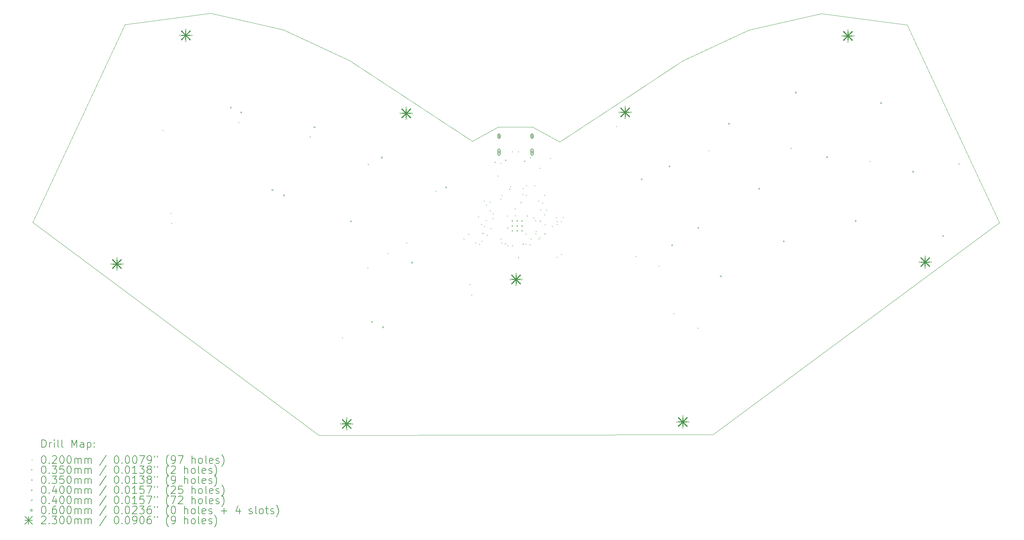
<source format=gbr>
%TF.GenerationSoftware,KiCad,Pcbnew,7.0.1*%
%TF.CreationDate,2023-04-05T18:38:52-04:00*%
%TF.ProjectId,32kb,33326b62-2e6b-4696-9361-645f70636258,rev?*%
%TF.SameCoordinates,Original*%
%TF.FileFunction,Drillmap*%
%TF.FilePolarity,Positive*%
%FSLAX45Y45*%
G04 Gerber Fmt 4.5, Leading zero omitted, Abs format (unit mm)*
G04 Created by KiCad (PCBNEW 7.0.1) date 2023-04-05 18:38:52*
%MOMM*%
%LPD*%
G01*
G04 APERTURE LIST*
%ADD10C,0.100000*%
%ADD11C,0.200000*%
%ADD12C,0.020000*%
%ADD13C,0.035000*%
%ADD14C,0.040000*%
%ADD15C,0.060000*%
%ADD16C,0.230000*%
G04 APERTURE END LIST*
D10*
X9704800Y-15022500D02*
X2219800Y-9442500D01*
X20012300Y-15010000D02*
X27507300Y-9452500D01*
X16009800Y-7332500D02*
X15294800Y-6942500D01*
X17617300Y-6275000D02*
X16009800Y-7332500D01*
X19224800Y-5215000D02*
X17617300Y-6275000D01*
X20949800Y-4410000D02*
X19224800Y-5215000D01*
X22849800Y-3975000D02*
X20949800Y-4410000D01*
X25092300Y-4275000D02*
X22849800Y-3975000D01*
X27507300Y-9452500D02*
X25092300Y-4275000D01*
X9704800Y-15022500D02*
X20012300Y-15010000D01*
X4637300Y-4262500D02*
X2219800Y-9442500D01*
X6877300Y-3962500D02*
X4637300Y-4262500D01*
X8777300Y-4400000D02*
X6877300Y-3962500D01*
X10502300Y-5202500D02*
X8777300Y-4400000D01*
X12112300Y-6265000D02*
X10502300Y-5202500D01*
X13722300Y-7320000D02*
X12112300Y-6265000D01*
X14399800Y-6942500D02*
X13722300Y-7320000D01*
X15294800Y-6942500D02*
X14399800Y-6942500D01*
D11*
D12*
X5618200Y-7020800D02*
X5638200Y-7040800D01*
X5638200Y-7020800D02*
X5618200Y-7040800D01*
X5825491Y-9196426D02*
X5845491Y-9216426D01*
X5845491Y-9196426D02*
X5825491Y-9216426D01*
X5846800Y-9459200D02*
X5866800Y-9479200D01*
X5866800Y-9459200D02*
X5846800Y-9479200D01*
X7599400Y-6817600D02*
X7619400Y-6837600D01*
X7619400Y-6817600D02*
X7599400Y-6837600D01*
X9463520Y-7188680D02*
X9483520Y-7208680D01*
X9483520Y-7188680D02*
X9463520Y-7208680D01*
X10317200Y-12456400D02*
X10337200Y-12476400D01*
X10337200Y-12456400D02*
X10317200Y-12476400D01*
X10977600Y-10627600D02*
X10997600Y-10647600D01*
X10997600Y-10627600D02*
X10977600Y-10647600D01*
X10981640Y-7913840D02*
X11001640Y-7933840D01*
X11001640Y-7913840D02*
X10981640Y-7933840D01*
X11511000Y-10246600D02*
X11531000Y-10266600D01*
X11531000Y-10246600D02*
X11511000Y-10266600D01*
X11993600Y-9967200D02*
X12013600Y-9987200D01*
X12013600Y-9967200D02*
X11993600Y-9987200D01*
X12755600Y-8614876D02*
X12775600Y-8634876D01*
X12775600Y-8614876D02*
X12755600Y-8634876D01*
X13492200Y-9865600D02*
X13512200Y-9885600D01*
X13512200Y-9865600D02*
X13492200Y-9885600D01*
X13619200Y-9738600D02*
X13639200Y-9758600D01*
X13639200Y-9738600D02*
X13619200Y-9758600D01*
X13644600Y-11059400D02*
X13664600Y-11079400D01*
X13664600Y-11059400D02*
X13644600Y-11079400D01*
X13695400Y-11338800D02*
X13715400Y-11358800D01*
X13715400Y-11338800D02*
X13695400Y-11358800D01*
X13797000Y-9967200D02*
X13817000Y-9987200D01*
X13817000Y-9967200D02*
X13797000Y-9987200D01*
X13873200Y-9281400D02*
X13893200Y-9301400D01*
X13893200Y-9281400D02*
X13873200Y-9301400D01*
X13898600Y-10003450D02*
X13918600Y-10023450D01*
X13918600Y-10003450D02*
X13898600Y-10023450D01*
X13949400Y-9484600D02*
X13969400Y-9504600D01*
X13969400Y-9484600D02*
X13949400Y-9504600D01*
X13954831Y-9926388D02*
X13974831Y-9946388D01*
X13974831Y-9926388D02*
X13954831Y-9946388D01*
X13986410Y-9719250D02*
X14006410Y-9739250D01*
X14006410Y-9719250D02*
X13986410Y-9739250D01*
X14025600Y-8875000D02*
X14045600Y-8895000D01*
X14045600Y-8875000D02*
X14025600Y-8895000D01*
X14025600Y-9535400D02*
X14045600Y-9555400D01*
X14045600Y-9535400D02*
X14025600Y-9555400D01*
X14076400Y-8976600D02*
X14096400Y-8996600D01*
X14096400Y-8976600D02*
X14076400Y-8996600D01*
X14076400Y-9383000D02*
X14096400Y-9403000D01*
X14096400Y-9383000D02*
X14076400Y-9403000D01*
X14101800Y-9764000D02*
X14121800Y-9784000D01*
X14121800Y-9764000D02*
X14101800Y-9784000D01*
X14177150Y-9129000D02*
X14197150Y-9149000D01*
X14197150Y-9129000D02*
X14177150Y-9149000D01*
X14178000Y-8900400D02*
X14198000Y-8920400D01*
X14198000Y-8900400D02*
X14178000Y-8920400D01*
X14203400Y-9593500D02*
X14223400Y-9613500D01*
X14223400Y-9593500D02*
X14203400Y-9613500D01*
X14254200Y-9205200D02*
X14274200Y-9225200D01*
X14274200Y-9205200D02*
X14254200Y-9225200D01*
X14254200Y-9332200D02*
X14274200Y-9352200D01*
X14274200Y-9332200D02*
X14254200Y-9352200D01*
X14297300Y-7860000D02*
X14317300Y-7880000D01*
X14317300Y-7860000D02*
X14297300Y-7880000D01*
X14381200Y-8214600D02*
X14401200Y-8234600D01*
X14401200Y-8214600D02*
X14381200Y-8234600D01*
X14457400Y-7884400D02*
X14477400Y-7904400D01*
X14477400Y-7884400D02*
X14457400Y-7904400D01*
X14457400Y-8824200D02*
X14477400Y-8844200D01*
X14477400Y-8824200D02*
X14457400Y-8844200D01*
X14457400Y-9865600D02*
X14477400Y-9885600D01*
X14477400Y-9865600D02*
X14457400Y-9885600D01*
X14482800Y-8722600D02*
X14502800Y-8742600D01*
X14502800Y-8722600D02*
X14482800Y-8742600D01*
X14482800Y-9967200D02*
X14502800Y-9987200D01*
X14502800Y-9967200D02*
X14482800Y-9987200D01*
X14570570Y-9992600D02*
X14590570Y-10012600D01*
X14590570Y-9992600D02*
X14570570Y-10012600D01*
X14625697Y-9263550D02*
X14645697Y-9283550D01*
X14645697Y-9263550D02*
X14625697Y-9283550D01*
X14631326Y-9581716D02*
X14651326Y-9601716D01*
X14651326Y-9581716D02*
X14631326Y-9601716D01*
X14635200Y-10043400D02*
X14655200Y-10063400D01*
X14655200Y-10043400D02*
X14635200Y-10063400D01*
X14684800Y-8565000D02*
X14704800Y-8585000D01*
X14704800Y-8565000D02*
X14684800Y-8585000D01*
X14711400Y-8494000D02*
X14731400Y-8514000D01*
X14731400Y-8494000D02*
X14711400Y-8514000D01*
X14762200Y-7579600D02*
X14782200Y-7599600D01*
X14782200Y-7579600D02*
X14762200Y-7599600D01*
X14762200Y-10043400D02*
X14782200Y-10063400D01*
X14782200Y-10043400D02*
X14762200Y-10063400D01*
X14828350Y-9078200D02*
X14848350Y-9098200D01*
X14848350Y-9078200D02*
X14828350Y-9098200D01*
X14838400Y-9256850D02*
X14858400Y-9276850D01*
X14858400Y-9256850D02*
X14838400Y-9276850D01*
X14909800Y-10352500D02*
X14929800Y-10372500D01*
X14929800Y-10352500D02*
X14909800Y-10372500D01*
X14913400Y-7580800D02*
X14933400Y-7600800D01*
X14933400Y-7580800D02*
X14913400Y-7600800D01*
X14979159Y-8914159D02*
X14999159Y-8934159D01*
X14999159Y-8914159D02*
X14979159Y-8934159D01*
X15029239Y-8697200D02*
X15049239Y-8717200D01*
X15049239Y-8697200D02*
X15029239Y-8717200D01*
X15036130Y-10001758D02*
X15056130Y-10021758D01*
X15056130Y-10001758D02*
X15036130Y-10021758D01*
X15041600Y-8544800D02*
X15061600Y-8564800D01*
X15061600Y-8544800D02*
X15041600Y-8564800D01*
X15107706Y-10002694D02*
X15127706Y-10022694D01*
X15127706Y-10002694D02*
X15107706Y-10022694D01*
X15117800Y-8722600D02*
X15137800Y-8742600D01*
X15137800Y-8722600D02*
X15117800Y-8742600D01*
X15117800Y-9738600D02*
X15137800Y-9758600D01*
X15137800Y-9738600D02*
X15117800Y-9758600D01*
X15126450Y-8468600D02*
X15146450Y-8488600D01*
X15146450Y-8468600D02*
X15126450Y-8488600D01*
X15143597Y-9263436D02*
X15163597Y-9283436D01*
X15163597Y-9263436D02*
X15143597Y-9283436D01*
X15217830Y-10019570D02*
X15237830Y-10039570D01*
X15237830Y-10019570D02*
X15217830Y-10039570D01*
X15225198Y-7737798D02*
X15245198Y-7757798D01*
X15245198Y-7737798D02*
X15225198Y-7757798D01*
X15244800Y-9865600D02*
X15264800Y-9885600D01*
X15264800Y-9865600D02*
X15244800Y-9885600D01*
X15321000Y-9313500D02*
X15341000Y-9333500D01*
X15341000Y-9313500D02*
X15321000Y-9333500D01*
X15346400Y-8468600D02*
X15366400Y-8488600D01*
X15366400Y-8468600D02*
X15346400Y-8488600D01*
X15362969Y-9384163D02*
X15382969Y-9404163D01*
X15382969Y-9384163D02*
X15362969Y-9404163D01*
X15369190Y-9732933D02*
X15389190Y-9752933D01*
X15389190Y-9732933D02*
X15369190Y-9752933D01*
X15377050Y-9673500D02*
X15397050Y-9693500D01*
X15397050Y-9673500D02*
X15377050Y-9693500D01*
X15447650Y-8875000D02*
X15467650Y-8895000D01*
X15467650Y-8875000D02*
X15447650Y-8895000D01*
X15448000Y-9865600D02*
X15468000Y-9885600D01*
X15468000Y-9865600D02*
X15448000Y-9885600D01*
X15473400Y-8011400D02*
X15493400Y-8031400D01*
X15493400Y-8011400D02*
X15473400Y-8031400D01*
X15479517Y-9832500D02*
X15499517Y-9852500D01*
X15499517Y-9832500D02*
X15479517Y-9852500D01*
X15485050Y-9399086D02*
X15505050Y-9419086D01*
X15505050Y-9399086D02*
X15485050Y-9419086D01*
X15498800Y-9103600D02*
X15518800Y-9123600D01*
X15518800Y-9103600D02*
X15498800Y-9123600D01*
X15549600Y-8925800D02*
X15569600Y-8945800D01*
X15569600Y-8925800D02*
X15549600Y-8945800D01*
X15600400Y-8722600D02*
X15620400Y-8742600D01*
X15620400Y-8722600D02*
X15600400Y-8742600D01*
X15600400Y-9230600D02*
X15620400Y-9250600D01*
X15620400Y-9230600D02*
X15600400Y-9250600D01*
X15609800Y-9735000D02*
X15629800Y-9755000D01*
X15629800Y-9735000D02*
X15609800Y-9755000D01*
X15614522Y-9495514D02*
X15634522Y-9515514D01*
X15634522Y-9495514D02*
X15614522Y-9515514D01*
X15651200Y-9103600D02*
X15671200Y-9123600D01*
X15671200Y-9103600D02*
X15651200Y-9123600D01*
X15752800Y-7757400D02*
X15772800Y-7777400D01*
X15772800Y-7757400D02*
X15752800Y-7777400D01*
X15803600Y-9535400D02*
X15823600Y-9555400D01*
X15823600Y-9535400D02*
X15803600Y-9555400D01*
X15905200Y-9306800D02*
X15925200Y-9326800D01*
X15925200Y-9306800D02*
X15905200Y-9326800D01*
X15926450Y-9408400D02*
X15946450Y-9428400D01*
X15946450Y-9408400D02*
X15926450Y-9428400D01*
X15926450Y-9484600D02*
X15946450Y-9504600D01*
X15946450Y-9484600D02*
X15926450Y-9504600D01*
X15926450Y-10348200D02*
X15946450Y-10368200D01*
X15946450Y-10348200D02*
X15926450Y-10368200D01*
X16036350Y-9408400D02*
X16056350Y-9428400D01*
X16056350Y-9408400D02*
X16036350Y-9428400D01*
X16036350Y-10272000D02*
X16056350Y-10292000D01*
X16056350Y-10272000D02*
X16036350Y-10292000D01*
X16083000Y-9306800D02*
X16103000Y-9326800D01*
X16103000Y-9306800D02*
X16083000Y-9326800D01*
X17480000Y-6919200D02*
X17500000Y-6939200D01*
X17500000Y-6919200D02*
X17480000Y-6939200D01*
X17988000Y-10321950D02*
X18008000Y-10341950D01*
X18008000Y-10321950D02*
X17988000Y-10341950D01*
X18597600Y-10576800D02*
X18617600Y-10596800D01*
X18617600Y-10576800D02*
X18597600Y-10596800D01*
X18978600Y-11821400D02*
X18998600Y-11841400D01*
X18998600Y-11821400D02*
X18978600Y-11841400D01*
X19613600Y-12202400D02*
X19633600Y-12222400D01*
X19633600Y-12202400D02*
X19613600Y-12222400D01*
X19893000Y-7554200D02*
X19913000Y-7574200D01*
X19913000Y-7554200D02*
X19893000Y-7574200D01*
X22038484Y-7491516D02*
X22058484Y-7511516D01*
X22058484Y-7491516D02*
X22038484Y-7511516D01*
X24109400Y-7833600D02*
X24129400Y-7853600D01*
X24129400Y-7833600D02*
X24109400Y-7853600D01*
X26432123Y-7898477D02*
X26452123Y-7918477D01*
X26452123Y-7898477D02*
X26432123Y-7918477D01*
D13*
X14611900Y-7818200D02*
G75*
G03*
X14611900Y-7818200I-17500J0D01*
G01*
X15110900Y-7843600D02*
G75*
G03*
X15110900Y-7843600I-17500J0D01*
G01*
X14758700Y-9388550D02*
X14758700Y-9423550D01*
X14741200Y-9406050D02*
X14776200Y-9406050D01*
X14758700Y-9516050D02*
X14758700Y-9551050D01*
X14741200Y-9533550D02*
X14776200Y-9533550D01*
X14758700Y-9643550D02*
X14758700Y-9678550D01*
X14741200Y-9661050D02*
X14776200Y-9661050D01*
X14886200Y-9388550D02*
X14886200Y-9423550D01*
X14868700Y-9406050D02*
X14903700Y-9406050D01*
X14886200Y-9516050D02*
X14886200Y-9551050D01*
X14868700Y-9533550D02*
X14903700Y-9533550D01*
X14886200Y-9643550D02*
X14886200Y-9678550D01*
X14868700Y-9661050D02*
X14903700Y-9661050D01*
X15013700Y-9388550D02*
X15013700Y-9423550D01*
X14996200Y-9406050D02*
X15031200Y-9406050D01*
X15013700Y-9516050D02*
X15013700Y-9551050D01*
X14996200Y-9533550D02*
X15031200Y-9533550D01*
X15013700Y-9643550D02*
X15013700Y-9678550D01*
X14996200Y-9661050D02*
X15031200Y-9661050D01*
D14*
X7416024Y-6449584D02*
X7416024Y-6421299D01*
X7387740Y-6421299D01*
X7387740Y-6449584D01*
X7416024Y-6449584D01*
X7683927Y-6574509D02*
X7683927Y-6546225D01*
X7655642Y-6546225D01*
X7655642Y-6574509D01*
X7683927Y-6574509D01*
X8500865Y-8608976D02*
X8500865Y-8580691D01*
X8472581Y-8580691D01*
X8472581Y-8608976D01*
X8500865Y-8608976D01*
X8800128Y-8748524D02*
X8800128Y-8720240D01*
X8771843Y-8720240D01*
X8771843Y-8748524D01*
X8800128Y-8748524D01*
X9603665Y-6965233D02*
X9603665Y-6936948D01*
X9575380Y-6936948D01*
X9575380Y-6965233D01*
X9603665Y-6965233D01*
X10557297Y-9427777D02*
X10557297Y-9399492D01*
X10529012Y-9399492D01*
X10529012Y-9427777D01*
X10557297Y-9427777D01*
X11103477Y-12064658D02*
X11103477Y-12036373D01*
X11075193Y-12036373D01*
X11075193Y-12064658D01*
X11103477Y-12064658D01*
X11363936Y-7758035D02*
X11363936Y-7729750D01*
X11335651Y-7729750D01*
X11335651Y-7758035D01*
X11363936Y-7758035D01*
X11394400Y-12200317D02*
X11394400Y-12172033D01*
X11366116Y-12172033D01*
X11366116Y-12200317D01*
X11394400Y-12200317D01*
X12154999Y-10509107D02*
X12154999Y-10480822D01*
X12126714Y-10480822D01*
X12126714Y-10509107D01*
X12154999Y-10509107D01*
X13044411Y-8541654D02*
X13044411Y-8513369D01*
X13016127Y-8513369D01*
X13016127Y-8541654D01*
X13044411Y-8541654D01*
X18157430Y-8327596D02*
X18157430Y-8299312D01*
X18129145Y-8299312D01*
X18129145Y-8327596D01*
X18157430Y-8327596D01*
X18885737Y-7987981D02*
X18885737Y-7959697D01*
X18857452Y-7959697D01*
X18857452Y-7987981D01*
X18885737Y-7987981D01*
X18954178Y-10058002D02*
X18954178Y-10029717D01*
X18925893Y-10029717D01*
X18925893Y-10058002D01*
X18954178Y-10058002D01*
X19637152Y-9599397D02*
X19637152Y-9571112D01*
X19608867Y-9571112D01*
X19608867Y-9599397D01*
X19637152Y-9599397D01*
X20227550Y-10865509D02*
X20227550Y-10837224D01*
X20199265Y-10837224D01*
X20199265Y-10865509D01*
X20227550Y-10865509D01*
X20438950Y-6871345D02*
X20438950Y-6843060D01*
X20410665Y-6843060D01*
X20410665Y-6871345D01*
X20438950Y-6871345D01*
X21233303Y-8574841D02*
X21233303Y-8546557D01*
X21205019Y-8546557D01*
X21205019Y-8574841D01*
X21233303Y-8574841D01*
X21877373Y-9956054D02*
X21877373Y-9927770D01*
X21849089Y-9927770D01*
X21849089Y-9956054D01*
X21877373Y-9956054D01*
X22188486Y-6055523D02*
X22188486Y-6027238D01*
X22160202Y-6027238D01*
X22160202Y-6055523D01*
X22188486Y-6055523D01*
X23005860Y-7748284D02*
X23005860Y-7720000D01*
X22977575Y-7720000D01*
X22977575Y-7748284D01*
X23005860Y-7748284D01*
X23755724Y-9416475D02*
X23755724Y-9388190D01*
X23727439Y-9388190D01*
X23727439Y-9416475D01*
X23755724Y-9416475D01*
X24419524Y-6332385D02*
X24419524Y-6304100D01*
X24391240Y-6304100D01*
X24391240Y-6332385D01*
X24419524Y-6332385D01*
X25256816Y-8127962D02*
X25256816Y-8099677D01*
X25228531Y-8099677D01*
X25228531Y-8127962D01*
X25256816Y-8127962D01*
X26040434Y-9808438D02*
X26040434Y-9780153D01*
X26012150Y-9780153D01*
X26012150Y-9808438D01*
X26040434Y-9808438D01*
X4272300Y-10552500D02*
X4292300Y-10532500D01*
X4272300Y-10512500D01*
X4252300Y-10532500D01*
X4272300Y-10552500D01*
X4316300Y-10446500D02*
X4336300Y-10426500D01*
X4316300Y-10406500D01*
X4296300Y-10426500D01*
X4316300Y-10446500D01*
X4316300Y-10658500D02*
X4336300Y-10638500D01*
X4316300Y-10618500D01*
X4296300Y-10638500D01*
X4316300Y-10658500D01*
X4422300Y-10402500D02*
X4442300Y-10382500D01*
X4422300Y-10362500D01*
X4402300Y-10382500D01*
X4422300Y-10402500D01*
X4422300Y-10702500D02*
X4442300Y-10682500D01*
X4422300Y-10662500D01*
X4402300Y-10682500D01*
X4422300Y-10702500D01*
X4528300Y-10446500D02*
X4548300Y-10426500D01*
X4528300Y-10406500D01*
X4508300Y-10426500D01*
X4528300Y-10446500D01*
X4528300Y-10658500D02*
X4548300Y-10638500D01*
X4528300Y-10618500D01*
X4508300Y-10638500D01*
X4528300Y-10658500D01*
X4572300Y-10552500D02*
X4592300Y-10532500D01*
X4572300Y-10512500D01*
X4552300Y-10532500D01*
X4572300Y-10552500D01*
X6072300Y-4562500D02*
X6092300Y-4542500D01*
X6072300Y-4522500D01*
X6052300Y-4542500D01*
X6072300Y-4562500D01*
X6116300Y-4456500D02*
X6136300Y-4436500D01*
X6116300Y-4416500D01*
X6096300Y-4436500D01*
X6116300Y-4456500D01*
X6116300Y-4668500D02*
X6136300Y-4648500D01*
X6116300Y-4628500D01*
X6096300Y-4648500D01*
X6116300Y-4668500D01*
X6222300Y-4412500D02*
X6242300Y-4392500D01*
X6222300Y-4372500D01*
X6202300Y-4392500D01*
X6222300Y-4412500D01*
X6222300Y-4712500D02*
X6242300Y-4692500D01*
X6222300Y-4672500D01*
X6202300Y-4692500D01*
X6222300Y-4712500D01*
X6328300Y-4456500D02*
X6348300Y-4436500D01*
X6328300Y-4416500D01*
X6308300Y-4436500D01*
X6328300Y-4456500D01*
X6328300Y-4668500D02*
X6348300Y-4648500D01*
X6328300Y-4628500D01*
X6308300Y-4648500D01*
X6328300Y-4668500D01*
X6372300Y-4562500D02*
X6392300Y-4542500D01*
X6372300Y-4522500D01*
X6352300Y-4542500D01*
X6372300Y-4562500D01*
X10279800Y-14742500D02*
X10299800Y-14722500D01*
X10279800Y-14702500D01*
X10259800Y-14722500D01*
X10279800Y-14742500D01*
X10323800Y-14636500D02*
X10343800Y-14616500D01*
X10323800Y-14596500D01*
X10303800Y-14616500D01*
X10323800Y-14636500D01*
X10323800Y-14848500D02*
X10343800Y-14828500D01*
X10323800Y-14808500D01*
X10303800Y-14828500D01*
X10323800Y-14848500D01*
X10429800Y-14592500D02*
X10449800Y-14572500D01*
X10429800Y-14552500D01*
X10409800Y-14572500D01*
X10429800Y-14592500D01*
X10429800Y-14892500D02*
X10449800Y-14872500D01*
X10429800Y-14852500D01*
X10409800Y-14872500D01*
X10429800Y-14892500D01*
X10535800Y-14636500D02*
X10555800Y-14616500D01*
X10535800Y-14596500D01*
X10515800Y-14616500D01*
X10535800Y-14636500D01*
X10535800Y-14848500D02*
X10555800Y-14828500D01*
X10535800Y-14808500D01*
X10515800Y-14828500D01*
X10535800Y-14848500D01*
X10579800Y-14742500D02*
X10599800Y-14722500D01*
X10579800Y-14702500D01*
X10559800Y-14722500D01*
X10579800Y-14742500D01*
X11836300Y-6604000D02*
X11856300Y-6584000D01*
X11836300Y-6564000D01*
X11816300Y-6584000D01*
X11836300Y-6604000D01*
X11880300Y-6498000D02*
X11900300Y-6478000D01*
X11880300Y-6458000D01*
X11860300Y-6478000D01*
X11880300Y-6498000D01*
X11880300Y-6710000D02*
X11900300Y-6690000D01*
X11880300Y-6670000D01*
X11860300Y-6690000D01*
X11880300Y-6710000D01*
X11986300Y-6454000D02*
X12006300Y-6434000D01*
X11986300Y-6414000D01*
X11966300Y-6434000D01*
X11986300Y-6454000D01*
X11986300Y-6754000D02*
X12006300Y-6734000D01*
X11986300Y-6714000D01*
X11966300Y-6734000D01*
X11986300Y-6754000D01*
X12092300Y-6498000D02*
X12112300Y-6478000D01*
X12092300Y-6458000D01*
X12072300Y-6478000D01*
X12092300Y-6498000D01*
X12092300Y-6710000D02*
X12112300Y-6690000D01*
X12092300Y-6670000D01*
X12072300Y-6690000D01*
X12092300Y-6710000D01*
X12136300Y-6604000D02*
X12156300Y-6584000D01*
X12136300Y-6564000D01*
X12116300Y-6584000D01*
X12136300Y-6604000D01*
X14709800Y-10957500D02*
X14729800Y-10937500D01*
X14709800Y-10917500D01*
X14689800Y-10937500D01*
X14709800Y-10957500D01*
X14753800Y-10851500D02*
X14773800Y-10831500D01*
X14753800Y-10811500D01*
X14733800Y-10831500D01*
X14753800Y-10851500D01*
X14753800Y-11063500D02*
X14773800Y-11043500D01*
X14753800Y-11023500D01*
X14733800Y-11043500D01*
X14753800Y-11063500D01*
X14859800Y-10807500D02*
X14879800Y-10787500D01*
X14859800Y-10767500D01*
X14839800Y-10787500D01*
X14859800Y-10807500D01*
X14859800Y-11107500D02*
X14879800Y-11087500D01*
X14859800Y-11067500D01*
X14839800Y-11087500D01*
X14859800Y-11107500D01*
X14965800Y-10851500D02*
X14985800Y-10831500D01*
X14965800Y-10811500D01*
X14945800Y-10831500D01*
X14965800Y-10851500D01*
X14965800Y-11063500D02*
X14985800Y-11043500D01*
X14965800Y-11023500D01*
X14945800Y-11043500D01*
X14965800Y-11063500D01*
X15009800Y-10957500D02*
X15029800Y-10937500D01*
X15009800Y-10917500D01*
X14989800Y-10937500D01*
X15009800Y-10957500D01*
X17562300Y-6580000D02*
X17582300Y-6560000D01*
X17562300Y-6540000D01*
X17542300Y-6560000D01*
X17562300Y-6580000D01*
X17606300Y-6474000D02*
X17626300Y-6454000D01*
X17606300Y-6434000D01*
X17586300Y-6454000D01*
X17606300Y-6474000D01*
X17606300Y-6686000D02*
X17626300Y-6666000D01*
X17606300Y-6646000D01*
X17586300Y-6666000D01*
X17606300Y-6686000D01*
X17712300Y-6430000D02*
X17732300Y-6410000D01*
X17712300Y-6390000D01*
X17692300Y-6410000D01*
X17712300Y-6430000D01*
X17712300Y-6730000D02*
X17732300Y-6710000D01*
X17712300Y-6690000D01*
X17692300Y-6710000D01*
X17712300Y-6730000D01*
X17818300Y-6474000D02*
X17838300Y-6454000D01*
X17818300Y-6434000D01*
X17798300Y-6454000D01*
X17818300Y-6474000D01*
X17818300Y-6686000D02*
X17838300Y-6666000D01*
X17818300Y-6646000D01*
X17798300Y-6666000D01*
X17818300Y-6686000D01*
X17862300Y-6580000D02*
X17882300Y-6560000D01*
X17862300Y-6540000D01*
X17842300Y-6560000D01*
X17862300Y-6580000D01*
X19069800Y-14690000D02*
X19089800Y-14670000D01*
X19069800Y-14650000D01*
X19049800Y-14670000D01*
X19069800Y-14690000D01*
X19113800Y-14584000D02*
X19133800Y-14564000D01*
X19113800Y-14544000D01*
X19093800Y-14564000D01*
X19113800Y-14584000D01*
X19113800Y-14796000D02*
X19133800Y-14776000D01*
X19113800Y-14756000D01*
X19093800Y-14776000D01*
X19113800Y-14796000D01*
X19219800Y-14540000D02*
X19239800Y-14520000D01*
X19219800Y-14500000D01*
X19199800Y-14520000D01*
X19219800Y-14540000D01*
X19219800Y-14840000D02*
X19239800Y-14820000D01*
X19219800Y-14800000D01*
X19199800Y-14820000D01*
X19219800Y-14840000D01*
X19325800Y-14584000D02*
X19345800Y-14564000D01*
X19325800Y-14544000D01*
X19305800Y-14564000D01*
X19325800Y-14584000D01*
X19325800Y-14796000D02*
X19345800Y-14776000D01*
X19325800Y-14756000D01*
X19305800Y-14776000D01*
X19325800Y-14796000D01*
X19369800Y-14690000D02*
X19389800Y-14670000D01*
X19369800Y-14650000D01*
X19349800Y-14670000D01*
X19369800Y-14690000D01*
X23389800Y-4577500D02*
X23409800Y-4557500D01*
X23389800Y-4537500D01*
X23369800Y-4557500D01*
X23389800Y-4577500D01*
X23433800Y-4471500D02*
X23453800Y-4451500D01*
X23433800Y-4431500D01*
X23413800Y-4451500D01*
X23433800Y-4471500D01*
X23433800Y-4683500D02*
X23453800Y-4663500D01*
X23433800Y-4643500D01*
X23413800Y-4663500D01*
X23433800Y-4683500D01*
X23539800Y-4427500D02*
X23559800Y-4407500D01*
X23539800Y-4387500D01*
X23519800Y-4407500D01*
X23539800Y-4427500D01*
X23539800Y-4727500D02*
X23559800Y-4707500D01*
X23539800Y-4687500D01*
X23519800Y-4707500D01*
X23539800Y-4727500D01*
X23645800Y-4471500D02*
X23665800Y-4451500D01*
X23645800Y-4431500D01*
X23625800Y-4451500D01*
X23645800Y-4471500D01*
X23645800Y-4683500D02*
X23665800Y-4663500D01*
X23645800Y-4643500D01*
X23625800Y-4663500D01*
X23645800Y-4683500D01*
X23689800Y-4577500D02*
X23709800Y-4557500D01*
X23689800Y-4537500D01*
X23669800Y-4557500D01*
X23689800Y-4577500D01*
X25409800Y-10502500D02*
X25429800Y-10482500D01*
X25409800Y-10462500D01*
X25389800Y-10482500D01*
X25409800Y-10502500D01*
X25453800Y-10396500D02*
X25473800Y-10376500D01*
X25453800Y-10356500D01*
X25433800Y-10376500D01*
X25453800Y-10396500D01*
X25453800Y-10608500D02*
X25473800Y-10588500D01*
X25453800Y-10568500D01*
X25433800Y-10588500D01*
X25453800Y-10608500D01*
X25559800Y-10352500D02*
X25579800Y-10332500D01*
X25559800Y-10312500D01*
X25539800Y-10332500D01*
X25559800Y-10352500D01*
X25559800Y-10652500D02*
X25579800Y-10632500D01*
X25559800Y-10612500D01*
X25539800Y-10632500D01*
X25559800Y-10652500D01*
X25665800Y-10396500D02*
X25685800Y-10376500D01*
X25665800Y-10356500D01*
X25645800Y-10376500D01*
X25665800Y-10396500D01*
X25665800Y-10608500D02*
X25685800Y-10588500D01*
X25665800Y-10568500D01*
X25645800Y-10588500D01*
X25665800Y-10608500D01*
X25709800Y-10502500D02*
X25729800Y-10482500D01*
X25709800Y-10462500D01*
X25689800Y-10482500D01*
X25709800Y-10502500D01*
D15*
X14386400Y-7157100D02*
X14446400Y-7217100D01*
X14446400Y-7157100D02*
X14386400Y-7217100D01*
X14446400Y-7187100D02*
G75*
G03*
X14446400Y-7187100I-30000J0D01*
G01*
D11*
X14386400Y-7157100D02*
X14386400Y-7217100D01*
X14386400Y-7217100D02*
G75*
G03*
X14446400Y-7217100I30000J0D01*
G01*
X14446400Y-7217100D02*
X14446400Y-7157100D01*
X14446400Y-7157100D02*
G75*
G03*
X14386400Y-7157100I-30000J0D01*
G01*
D15*
X14386400Y-7575100D02*
X14446400Y-7635100D01*
X14446400Y-7575100D02*
X14386400Y-7635100D01*
X14446400Y-7605100D02*
G75*
G03*
X14446400Y-7605100I-30000J0D01*
G01*
D11*
X14386400Y-7550100D02*
X14386400Y-7660100D01*
X14386400Y-7660100D02*
G75*
G03*
X14446400Y-7660100I30000J0D01*
G01*
X14446400Y-7660100D02*
X14446400Y-7550100D01*
X14446400Y-7550100D02*
G75*
G03*
X14386400Y-7550100I-30000J0D01*
G01*
D15*
X15250400Y-7157100D02*
X15310400Y-7217100D01*
X15310400Y-7157100D02*
X15250400Y-7217100D01*
X15310400Y-7187100D02*
G75*
G03*
X15310400Y-7187100I-30000J0D01*
G01*
D11*
X15250400Y-7157100D02*
X15250400Y-7217100D01*
X15250400Y-7217100D02*
G75*
G03*
X15310400Y-7217100I30000J0D01*
G01*
X15310400Y-7217100D02*
X15310400Y-7157100D01*
X15310400Y-7157100D02*
G75*
G03*
X15250400Y-7157100I-30000J0D01*
G01*
D15*
X15250400Y-7575100D02*
X15310400Y-7635100D01*
X15310400Y-7575100D02*
X15250400Y-7635100D01*
X15310400Y-7605100D02*
G75*
G03*
X15310400Y-7605100I-30000J0D01*
G01*
D11*
X15250400Y-7550100D02*
X15250400Y-7660100D01*
X15250400Y-7660100D02*
G75*
G03*
X15310400Y-7660100I30000J0D01*
G01*
X15310400Y-7660100D02*
X15310400Y-7550100D01*
X15310400Y-7550100D02*
G75*
G03*
X15250400Y-7550100I-30000J0D01*
G01*
D16*
X4307300Y-10417500D02*
X4537300Y-10647500D01*
X4537300Y-10417500D02*
X4307300Y-10647500D01*
X4422300Y-10417500D02*
X4422300Y-10647500D01*
X4307300Y-10532500D02*
X4537300Y-10532500D01*
X6107300Y-4427500D02*
X6337300Y-4657500D01*
X6337300Y-4427500D02*
X6107300Y-4657500D01*
X6222300Y-4427500D02*
X6222300Y-4657500D01*
X6107300Y-4542500D02*
X6337300Y-4542500D01*
X10314800Y-14607500D02*
X10544800Y-14837500D01*
X10544800Y-14607500D02*
X10314800Y-14837500D01*
X10429800Y-14607500D02*
X10429800Y-14837500D01*
X10314800Y-14722500D02*
X10544800Y-14722500D01*
X11871300Y-6469000D02*
X12101300Y-6699000D01*
X12101300Y-6469000D02*
X11871300Y-6699000D01*
X11986300Y-6469000D02*
X11986300Y-6699000D01*
X11871300Y-6584000D02*
X12101300Y-6584000D01*
X14744800Y-10822500D02*
X14974800Y-11052500D01*
X14974800Y-10822500D02*
X14744800Y-11052500D01*
X14859800Y-10822500D02*
X14859800Y-11052500D01*
X14744800Y-10937500D02*
X14974800Y-10937500D01*
X17597300Y-6445000D02*
X17827300Y-6675000D01*
X17827300Y-6445000D02*
X17597300Y-6675000D01*
X17712300Y-6445000D02*
X17712300Y-6675000D01*
X17597300Y-6560000D02*
X17827300Y-6560000D01*
X19104800Y-14555000D02*
X19334800Y-14785000D01*
X19334800Y-14555000D02*
X19104800Y-14785000D01*
X19219800Y-14555000D02*
X19219800Y-14785000D01*
X19104800Y-14670000D02*
X19334800Y-14670000D01*
X23424800Y-4442500D02*
X23654800Y-4672500D01*
X23654800Y-4442500D02*
X23424800Y-4672500D01*
X23539800Y-4442500D02*
X23539800Y-4672500D01*
X23424800Y-4557500D02*
X23654800Y-4557500D01*
X25444800Y-10367500D02*
X25674800Y-10597500D01*
X25674800Y-10367500D02*
X25444800Y-10597500D01*
X25559800Y-10367500D02*
X25559800Y-10597500D01*
X25444800Y-10482500D02*
X25674800Y-10482500D01*
D11*
X2462419Y-15340024D02*
X2462419Y-15140024D01*
X2462419Y-15140024D02*
X2510038Y-15140024D01*
X2510038Y-15140024D02*
X2538610Y-15149548D01*
X2538610Y-15149548D02*
X2557657Y-15168595D01*
X2557657Y-15168595D02*
X2567181Y-15187643D01*
X2567181Y-15187643D02*
X2576705Y-15225738D01*
X2576705Y-15225738D02*
X2576705Y-15254309D01*
X2576705Y-15254309D02*
X2567181Y-15292405D01*
X2567181Y-15292405D02*
X2557657Y-15311452D01*
X2557657Y-15311452D02*
X2538610Y-15330500D01*
X2538610Y-15330500D02*
X2510038Y-15340024D01*
X2510038Y-15340024D02*
X2462419Y-15340024D01*
X2662419Y-15340024D02*
X2662419Y-15206690D01*
X2662419Y-15244786D02*
X2671943Y-15225738D01*
X2671943Y-15225738D02*
X2681467Y-15216214D01*
X2681467Y-15216214D02*
X2700514Y-15206690D01*
X2700514Y-15206690D02*
X2719562Y-15206690D01*
X2786229Y-15340024D02*
X2786229Y-15206690D01*
X2786229Y-15140024D02*
X2776705Y-15149548D01*
X2776705Y-15149548D02*
X2786229Y-15159071D01*
X2786229Y-15159071D02*
X2795752Y-15149548D01*
X2795752Y-15149548D02*
X2786229Y-15140024D01*
X2786229Y-15140024D02*
X2786229Y-15159071D01*
X2910038Y-15340024D02*
X2890990Y-15330500D01*
X2890990Y-15330500D02*
X2881467Y-15311452D01*
X2881467Y-15311452D02*
X2881467Y-15140024D01*
X3014800Y-15340024D02*
X2995752Y-15330500D01*
X2995752Y-15330500D02*
X2986228Y-15311452D01*
X2986228Y-15311452D02*
X2986228Y-15140024D01*
X3243371Y-15340024D02*
X3243371Y-15140024D01*
X3243371Y-15140024D02*
X3310038Y-15282881D01*
X3310038Y-15282881D02*
X3376705Y-15140024D01*
X3376705Y-15140024D02*
X3376705Y-15340024D01*
X3557657Y-15340024D02*
X3557657Y-15235262D01*
X3557657Y-15235262D02*
X3548133Y-15216214D01*
X3548133Y-15216214D02*
X3529086Y-15206690D01*
X3529086Y-15206690D02*
X3490990Y-15206690D01*
X3490990Y-15206690D02*
X3471943Y-15216214D01*
X3557657Y-15330500D02*
X3538609Y-15340024D01*
X3538609Y-15340024D02*
X3490990Y-15340024D01*
X3490990Y-15340024D02*
X3471943Y-15330500D01*
X3471943Y-15330500D02*
X3462419Y-15311452D01*
X3462419Y-15311452D02*
X3462419Y-15292405D01*
X3462419Y-15292405D02*
X3471943Y-15273357D01*
X3471943Y-15273357D02*
X3490990Y-15263833D01*
X3490990Y-15263833D02*
X3538609Y-15263833D01*
X3538609Y-15263833D02*
X3557657Y-15254309D01*
X3652895Y-15206690D02*
X3652895Y-15406690D01*
X3652895Y-15216214D02*
X3671943Y-15206690D01*
X3671943Y-15206690D02*
X3710038Y-15206690D01*
X3710038Y-15206690D02*
X3729086Y-15216214D01*
X3729086Y-15216214D02*
X3738609Y-15225738D01*
X3738609Y-15225738D02*
X3748133Y-15244786D01*
X3748133Y-15244786D02*
X3748133Y-15301928D01*
X3748133Y-15301928D02*
X3738609Y-15320976D01*
X3738609Y-15320976D02*
X3729086Y-15330500D01*
X3729086Y-15330500D02*
X3710038Y-15340024D01*
X3710038Y-15340024D02*
X3671943Y-15340024D01*
X3671943Y-15340024D02*
X3652895Y-15330500D01*
X3833848Y-15320976D02*
X3843371Y-15330500D01*
X3843371Y-15330500D02*
X3833848Y-15340024D01*
X3833848Y-15340024D02*
X3824324Y-15330500D01*
X3824324Y-15330500D02*
X3833848Y-15320976D01*
X3833848Y-15320976D02*
X3833848Y-15340024D01*
X3833848Y-15216214D02*
X3843371Y-15225738D01*
X3843371Y-15225738D02*
X3833848Y-15235262D01*
X3833848Y-15235262D02*
X3824324Y-15225738D01*
X3824324Y-15225738D02*
X3833848Y-15216214D01*
X3833848Y-15216214D02*
X3833848Y-15235262D01*
D12*
X2194800Y-15657500D02*
X2214800Y-15677500D01*
X2214800Y-15657500D02*
X2194800Y-15677500D01*
D11*
X2500514Y-15560024D02*
X2519562Y-15560024D01*
X2519562Y-15560024D02*
X2538610Y-15569548D01*
X2538610Y-15569548D02*
X2548133Y-15579071D01*
X2548133Y-15579071D02*
X2557657Y-15598119D01*
X2557657Y-15598119D02*
X2567181Y-15636214D01*
X2567181Y-15636214D02*
X2567181Y-15683833D01*
X2567181Y-15683833D02*
X2557657Y-15721928D01*
X2557657Y-15721928D02*
X2548133Y-15740976D01*
X2548133Y-15740976D02*
X2538610Y-15750500D01*
X2538610Y-15750500D02*
X2519562Y-15760024D01*
X2519562Y-15760024D02*
X2500514Y-15760024D01*
X2500514Y-15760024D02*
X2481467Y-15750500D01*
X2481467Y-15750500D02*
X2471943Y-15740976D01*
X2471943Y-15740976D02*
X2462419Y-15721928D01*
X2462419Y-15721928D02*
X2452895Y-15683833D01*
X2452895Y-15683833D02*
X2452895Y-15636214D01*
X2452895Y-15636214D02*
X2462419Y-15598119D01*
X2462419Y-15598119D02*
X2471943Y-15579071D01*
X2471943Y-15579071D02*
X2481467Y-15569548D01*
X2481467Y-15569548D02*
X2500514Y-15560024D01*
X2652895Y-15740976D02*
X2662419Y-15750500D01*
X2662419Y-15750500D02*
X2652895Y-15760024D01*
X2652895Y-15760024D02*
X2643371Y-15750500D01*
X2643371Y-15750500D02*
X2652895Y-15740976D01*
X2652895Y-15740976D02*
X2652895Y-15760024D01*
X2738610Y-15579071D02*
X2748133Y-15569548D01*
X2748133Y-15569548D02*
X2767181Y-15560024D01*
X2767181Y-15560024D02*
X2814800Y-15560024D01*
X2814800Y-15560024D02*
X2833848Y-15569548D01*
X2833848Y-15569548D02*
X2843371Y-15579071D01*
X2843371Y-15579071D02*
X2852895Y-15598119D01*
X2852895Y-15598119D02*
X2852895Y-15617167D01*
X2852895Y-15617167D02*
X2843371Y-15645738D01*
X2843371Y-15645738D02*
X2729086Y-15760024D01*
X2729086Y-15760024D02*
X2852895Y-15760024D01*
X2976705Y-15560024D02*
X2995752Y-15560024D01*
X2995752Y-15560024D02*
X3014800Y-15569548D01*
X3014800Y-15569548D02*
X3024324Y-15579071D01*
X3024324Y-15579071D02*
X3033848Y-15598119D01*
X3033848Y-15598119D02*
X3043371Y-15636214D01*
X3043371Y-15636214D02*
X3043371Y-15683833D01*
X3043371Y-15683833D02*
X3033848Y-15721928D01*
X3033848Y-15721928D02*
X3024324Y-15740976D01*
X3024324Y-15740976D02*
X3014800Y-15750500D01*
X3014800Y-15750500D02*
X2995752Y-15760024D01*
X2995752Y-15760024D02*
X2976705Y-15760024D01*
X2976705Y-15760024D02*
X2957657Y-15750500D01*
X2957657Y-15750500D02*
X2948133Y-15740976D01*
X2948133Y-15740976D02*
X2938609Y-15721928D01*
X2938609Y-15721928D02*
X2929086Y-15683833D01*
X2929086Y-15683833D02*
X2929086Y-15636214D01*
X2929086Y-15636214D02*
X2938609Y-15598119D01*
X2938609Y-15598119D02*
X2948133Y-15579071D01*
X2948133Y-15579071D02*
X2957657Y-15569548D01*
X2957657Y-15569548D02*
X2976705Y-15560024D01*
X3167181Y-15560024D02*
X3186229Y-15560024D01*
X3186229Y-15560024D02*
X3205276Y-15569548D01*
X3205276Y-15569548D02*
X3214800Y-15579071D01*
X3214800Y-15579071D02*
X3224324Y-15598119D01*
X3224324Y-15598119D02*
X3233848Y-15636214D01*
X3233848Y-15636214D02*
X3233848Y-15683833D01*
X3233848Y-15683833D02*
X3224324Y-15721928D01*
X3224324Y-15721928D02*
X3214800Y-15740976D01*
X3214800Y-15740976D02*
X3205276Y-15750500D01*
X3205276Y-15750500D02*
X3186229Y-15760024D01*
X3186229Y-15760024D02*
X3167181Y-15760024D01*
X3167181Y-15760024D02*
X3148133Y-15750500D01*
X3148133Y-15750500D02*
X3138609Y-15740976D01*
X3138609Y-15740976D02*
X3129086Y-15721928D01*
X3129086Y-15721928D02*
X3119562Y-15683833D01*
X3119562Y-15683833D02*
X3119562Y-15636214D01*
X3119562Y-15636214D02*
X3129086Y-15598119D01*
X3129086Y-15598119D02*
X3138609Y-15579071D01*
X3138609Y-15579071D02*
X3148133Y-15569548D01*
X3148133Y-15569548D02*
X3167181Y-15560024D01*
X3319562Y-15760024D02*
X3319562Y-15626690D01*
X3319562Y-15645738D02*
X3329086Y-15636214D01*
X3329086Y-15636214D02*
X3348133Y-15626690D01*
X3348133Y-15626690D02*
X3376705Y-15626690D01*
X3376705Y-15626690D02*
X3395752Y-15636214D01*
X3395752Y-15636214D02*
X3405276Y-15655262D01*
X3405276Y-15655262D02*
X3405276Y-15760024D01*
X3405276Y-15655262D02*
X3414800Y-15636214D01*
X3414800Y-15636214D02*
X3433848Y-15626690D01*
X3433848Y-15626690D02*
X3462419Y-15626690D01*
X3462419Y-15626690D02*
X3481467Y-15636214D01*
X3481467Y-15636214D02*
X3490990Y-15655262D01*
X3490990Y-15655262D02*
X3490990Y-15760024D01*
X3586229Y-15760024D02*
X3586229Y-15626690D01*
X3586229Y-15645738D02*
X3595752Y-15636214D01*
X3595752Y-15636214D02*
X3614800Y-15626690D01*
X3614800Y-15626690D02*
X3643371Y-15626690D01*
X3643371Y-15626690D02*
X3662419Y-15636214D01*
X3662419Y-15636214D02*
X3671943Y-15655262D01*
X3671943Y-15655262D02*
X3671943Y-15760024D01*
X3671943Y-15655262D02*
X3681467Y-15636214D01*
X3681467Y-15636214D02*
X3700514Y-15626690D01*
X3700514Y-15626690D02*
X3729086Y-15626690D01*
X3729086Y-15626690D02*
X3748133Y-15636214D01*
X3748133Y-15636214D02*
X3757657Y-15655262D01*
X3757657Y-15655262D02*
X3757657Y-15760024D01*
X4148133Y-15550500D02*
X3976705Y-15807643D01*
X4405276Y-15560024D02*
X4424324Y-15560024D01*
X4424324Y-15560024D02*
X4443372Y-15569548D01*
X4443372Y-15569548D02*
X4452895Y-15579071D01*
X4452895Y-15579071D02*
X4462419Y-15598119D01*
X4462419Y-15598119D02*
X4471943Y-15636214D01*
X4471943Y-15636214D02*
X4471943Y-15683833D01*
X4471943Y-15683833D02*
X4462419Y-15721928D01*
X4462419Y-15721928D02*
X4452895Y-15740976D01*
X4452895Y-15740976D02*
X4443372Y-15750500D01*
X4443372Y-15750500D02*
X4424324Y-15760024D01*
X4424324Y-15760024D02*
X4405276Y-15760024D01*
X4405276Y-15760024D02*
X4386229Y-15750500D01*
X4386229Y-15750500D02*
X4376705Y-15740976D01*
X4376705Y-15740976D02*
X4367181Y-15721928D01*
X4367181Y-15721928D02*
X4357657Y-15683833D01*
X4357657Y-15683833D02*
X4357657Y-15636214D01*
X4357657Y-15636214D02*
X4367181Y-15598119D01*
X4367181Y-15598119D02*
X4376705Y-15579071D01*
X4376705Y-15579071D02*
X4386229Y-15569548D01*
X4386229Y-15569548D02*
X4405276Y-15560024D01*
X4557657Y-15740976D02*
X4567181Y-15750500D01*
X4567181Y-15750500D02*
X4557657Y-15760024D01*
X4557657Y-15760024D02*
X4548134Y-15750500D01*
X4548134Y-15750500D02*
X4557657Y-15740976D01*
X4557657Y-15740976D02*
X4557657Y-15760024D01*
X4690991Y-15560024D02*
X4710038Y-15560024D01*
X4710038Y-15560024D02*
X4729086Y-15569548D01*
X4729086Y-15569548D02*
X4738610Y-15579071D01*
X4738610Y-15579071D02*
X4748134Y-15598119D01*
X4748134Y-15598119D02*
X4757657Y-15636214D01*
X4757657Y-15636214D02*
X4757657Y-15683833D01*
X4757657Y-15683833D02*
X4748134Y-15721928D01*
X4748134Y-15721928D02*
X4738610Y-15740976D01*
X4738610Y-15740976D02*
X4729086Y-15750500D01*
X4729086Y-15750500D02*
X4710038Y-15760024D01*
X4710038Y-15760024D02*
X4690991Y-15760024D01*
X4690991Y-15760024D02*
X4671943Y-15750500D01*
X4671943Y-15750500D02*
X4662419Y-15740976D01*
X4662419Y-15740976D02*
X4652895Y-15721928D01*
X4652895Y-15721928D02*
X4643372Y-15683833D01*
X4643372Y-15683833D02*
X4643372Y-15636214D01*
X4643372Y-15636214D02*
X4652895Y-15598119D01*
X4652895Y-15598119D02*
X4662419Y-15579071D01*
X4662419Y-15579071D02*
X4671943Y-15569548D01*
X4671943Y-15569548D02*
X4690991Y-15560024D01*
X4881467Y-15560024D02*
X4900515Y-15560024D01*
X4900515Y-15560024D02*
X4919562Y-15569548D01*
X4919562Y-15569548D02*
X4929086Y-15579071D01*
X4929086Y-15579071D02*
X4938610Y-15598119D01*
X4938610Y-15598119D02*
X4948134Y-15636214D01*
X4948134Y-15636214D02*
X4948134Y-15683833D01*
X4948134Y-15683833D02*
X4938610Y-15721928D01*
X4938610Y-15721928D02*
X4929086Y-15740976D01*
X4929086Y-15740976D02*
X4919562Y-15750500D01*
X4919562Y-15750500D02*
X4900515Y-15760024D01*
X4900515Y-15760024D02*
X4881467Y-15760024D01*
X4881467Y-15760024D02*
X4862419Y-15750500D01*
X4862419Y-15750500D02*
X4852895Y-15740976D01*
X4852895Y-15740976D02*
X4843372Y-15721928D01*
X4843372Y-15721928D02*
X4833848Y-15683833D01*
X4833848Y-15683833D02*
X4833848Y-15636214D01*
X4833848Y-15636214D02*
X4843372Y-15598119D01*
X4843372Y-15598119D02*
X4852895Y-15579071D01*
X4852895Y-15579071D02*
X4862419Y-15569548D01*
X4862419Y-15569548D02*
X4881467Y-15560024D01*
X5014800Y-15560024D02*
X5148134Y-15560024D01*
X5148134Y-15560024D02*
X5062419Y-15760024D01*
X5233848Y-15760024D02*
X5271943Y-15760024D01*
X5271943Y-15760024D02*
X5290991Y-15750500D01*
X5290991Y-15750500D02*
X5300515Y-15740976D01*
X5300515Y-15740976D02*
X5319562Y-15712405D01*
X5319562Y-15712405D02*
X5329086Y-15674309D01*
X5329086Y-15674309D02*
X5329086Y-15598119D01*
X5329086Y-15598119D02*
X5319562Y-15579071D01*
X5319562Y-15579071D02*
X5310038Y-15569548D01*
X5310038Y-15569548D02*
X5290991Y-15560024D01*
X5290991Y-15560024D02*
X5252895Y-15560024D01*
X5252895Y-15560024D02*
X5233848Y-15569548D01*
X5233848Y-15569548D02*
X5224324Y-15579071D01*
X5224324Y-15579071D02*
X5214800Y-15598119D01*
X5214800Y-15598119D02*
X5214800Y-15645738D01*
X5214800Y-15645738D02*
X5224324Y-15664786D01*
X5224324Y-15664786D02*
X5233848Y-15674309D01*
X5233848Y-15674309D02*
X5252895Y-15683833D01*
X5252895Y-15683833D02*
X5290991Y-15683833D01*
X5290991Y-15683833D02*
X5310038Y-15674309D01*
X5310038Y-15674309D02*
X5319562Y-15664786D01*
X5319562Y-15664786D02*
X5329086Y-15645738D01*
X5405276Y-15560024D02*
X5405276Y-15598119D01*
X5481467Y-15560024D02*
X5481467Y-15598119D01*
X5776705Y-15836214D02*
X5767181Y-15826690D01*
X5767181Y-15826690D02*
X5748134Y-15798119D01*
X5748134Y-15798119D02*
X5738610Y-15779071D01*
X5738610Y-15779071D02*
X5729086Y-15750500D01*
X5729086Y-15750500D02*
X5719562Y-15702881D01*
X5719562Y-15702881D02*
X5719562Y-15664786D01*
X5719562Y-15664786D02*
X5729086Y-15617167D01*
X5729086Y-15617167D02*
X5738610Y-15588595D01*
X5738610Y-15588595D02*
X5748134Y-15569548D01*
X5748134Y-15569548D02*
X5767181Y-15540976D01*
X5767181Y-15540976D02*
X5776705Y-15531452D01*
X5862419Y-15760024D02*
X5900514Y-15760024D01*
X5900514Y-15760024D02*
X5919562Y-15750500D01*
X5919562Y-15750500D02*
X5929086Y-15740976D01*
X5929086Y-15740976D02*
X5948134Y-15712405D01*
X5948134Y-15712405D02*
X5957657Y-15674309D01*
X5957657Y-15674309D02*
X5957657Y-15598119D01*
X5957657Y-15598119D02*
X5948134Y-15579071D01*
X5948134Y-15579071D02*
X5938610Y-15569548D01*
X5938610Y-15569548D02*
X5919562Y-15560024D01*
X5919562Y-15560024D02*
X5881467Y-15560024D01*
X5881467Y-15560024D02*
X5862419Y-15569548D01*
X5862419Y-15569548D02*
X5852895Y-15579071D01*
X5852895Y-15579071D02*
X5843372Y-15598119D01*
X5843372Y-15598119D02*
X5843372Y-15645738D01*
X5843372Y-15645738D02*
X5852895Y-15664786D01*
X5852895Y-15664786D02*
X5862419Y-15674309D01*
X5862419Y-15674309D02*
X5881467Y-15683833D01*
X5881467Y-15683833D02*
X5919562Y-15683833D01*
X5919562Y-15683833D02*
X5938610Y-15674309D01*
X5938610Y-15674309D02*
X5948134Y-15664786D01*
X5948134Y-15664786D02*
X5957657Y-15645738D01*
X6024324Y-15560024D02*
X6157657Y-15560024D01*
X6157657Y-15560024D02*
X6071943Y-15760024D01*
X6386229Y-15760024D02*
X6386229Y-15560024D01*
X6471943Y-15760024D02*
X6471943Y-15655262D01*
X6471943Y-15655262D02*
X6462419Y-15636214D01*
X6462419Y-15636214D02*
X6443372Y-15626690D01*
X6443372Y-15626690D02*
X6414800Y-15626690D01*
X6414800Y-15626690D02*
X6395753Y-15636214D01*
X6395753Y-15636214D02*
X6386229Y-15645738D01*
X6595753Y-15760024D02*
X6576705Y-15750500D01*
X6576705Y-15750500D02*
X6567181Y-15740976D01*
X6567181Y-15740976D02*
X6557657Y-15721928D01*
X6557657Y-15721928D02*
X6557657Y-15664786D01*
X6557657Y-15664786D02*
X6567181Y-15645738D01*
X6567181Y-15645738D02*
X6576705Y-15636214D01*
X6576705Y-15636214D02*
X6595753Y-15626690D01*
X6595753Y-15626690D02*
X6624324Y-15626690D01*
X6624324Y-15626690D02*
X6643372Y-15636214D01*
X6643372Y-15636214D02*
X6652896Y-15645738D01*
X6652896Y-15645738D02*
X6662419Y-15664786D01*
X6662419Y-15664786D02*
X6662419Y-15721928D01*
X6662419Y-15721928D02*
X6652896Y-15740976D01*
X6652896Y-15740976D02*
X6643372Y-15750500D01*
X6643372Y-15750500D02*
X6624324Y-15760024D01*
X6624324Y-15760024D02*
X6595753Y-15760024D01*
X6776705Y-15760024D02*
X6757657Y-15750500D01*
X6757657Y-15750500D02*
X6748134Y-15731452D01*
X6748134Y-15731452D02*
X6748134Y-15560024D01*
X6929086Y-15750500D02*
X6910038Y-15760024D01*
X6910038Y-15760024D02*
X6871943Y-15760024D01*
X6871943Y-15760024D02*
X6852896Y-15750500D01*
X6852896Y-15750500D02*
X6843372Y-15731452D01*
X6843372Y-15731452D02*
X6843372Y-15655262D01*
X6843372Y-15655262D02*
X6852896Y-15636214D01*
X6852896Y-15636214D02*
X6871943Y-15626690D01*
X6871943Y-15626690D02*
X6910038Y-15626690D01*
X6910038Y-15626690D02*
X6929086Y-15636214D01*
X6929086Y-15636214D02*
X6938610Y-15655262D01*
X6938610Y-15655262D02*
X6938610Y-15674309D01*
X6938610Y-15674309D02*
X6843372Y-15693357D01*
X7014800Y-15750500D02*
X7033848Y-15760024D01*
X7033848Y-15760024D02*
X7071943Y-15760024D01*
X7071943Y-15760024D02*
X7090991Y-15750500D01*
X7090991Y-15750500D02*
X7100515Y-15731452D01*
X7100515Y-15731452D02*
X7100515Y-15721928D01*
X7100515Y-15721928D02*
X7090991Y-15702881D01*
X7090991Y-15702881D02*
X7071943Y-15693357D01*
X7071943Y-15693357D02*
X7043372Y-15693357D01*
X7043372Y-15693357D02*
X7024324Y-15683833D01*
X7024324Y-15683833D02*
X7014800Y-15664786D01*
X7014800Y-15664786D02*
X7014800Y-15655262D01*
X7014800Y-15655262D02*
X7024324Y-15636214D01*
X7024324Y-15636214D02*
X7043372Y-15626690D01*
X7043372Y-15626690D02*
X7071943Y-15626690D01*
X7071943Y-15626690D02*
X7090991Y-15636214D01*
X7167181Y-15836214D02*
X7176705Y-15826690D01*
X7176705Y-15826690D02*
X7195753Y-15798119D01*
X7195753Y-15798119D02*
X7205277Y-15779071D01*
X7205277Y-15779071D02*
X7214800Y-15750500D01*
X7214800Y-15750500D02*
X7224324Y-15702881D01*
X7224324Y-15702881D02*
X7224324Y-15664786D01*
X7224324Y-15664786D02*
X7214800Y-15617167D01*
X7214800Y-15617167D02*
X7205277Y-15588595D01*
X7205277Y-15588595D02*
X7195753Y-15569548D01*
X7195753Y-15569548D02*
X7176705Y-15540976D01*
X7176705Y-15540976D02*
X7167181Y-15531452D01*
D13*
X2214800Y-15931500D02*
G75*
G03*
X2214800Y-15931500I-17500J0D01*
G01*
D11*
X2500514Y-15824024D02*
X2519562Y-15824024D01*
X2519562Y-15824024D02*
X2538610Y-15833548D01*
X2538610Y-15833548D02*
X2548133Y-15843071D01*
X2548133Y-15843071D02*
X2557657Y-15862119D01*
X2557657Y-15862119D02*
X2567181Y-15900214D01*
X2567181Y-15900214D02*
X2567181Y-15947833D01*
X2567181Y-15947833D02*
X2557657Y-15985928D01*
X2557657Y-15985928D02*
X2548133Y-16004976D01*
X2548133Y-16004976D02*
X2538610Y-16014500D01*
X2538610Y-16014500D02*
X2519562Y-16024024D01*
X2519562Y-16024024D02*
X2500514Y-16024024D01*
X2500514Y-16024024D02*
X2481467Y-16014500D01*
X2481467Y-16014500D02*
X2471943Y-16004976D01*
X2471943Y-16004976D02*
X2462419Y-15985928D01*
X2462419Y-15985928D02*
X2452895Y-15947833D01*
X2452895Y-15947833D02*
X2452895Y-15900214D01*
X2452895Y-15900214D02*
X2462419Y-15862119D01*
X2462419Y-15862119D02*
X2471943Y-15843071D01*
X2471943Y-15843071D02*
X2481467Y-15833548D01*
X2481467Y-15833548D02*
X2500514Y-15824024D01*
X2652895Y-16004976D02*
X2662419Y-16014500D01*
X2662419Y-16014500D02*
X2652895Y-16024024D01*
X2652895Y-16024024D02*
X2643371Y-16014500D01*
X2643371Y-16014500D02*
X2652895Y-16004976D01*
X2652895Y-16004976D02*
X2652895Y-16024024D01*
X2729086Y-15824024D02*
X2852895Y-15824024D01*
X2852895Y-15824024D02*
X2786229Y-15900214D01*
X2786229Y-15900214D02*
X2814800Y-15900214D01*
X2814800Y-15900214D02*
X2833848Y-15909738D01*
X2833848Y-15909738D02*
X2843371Y-15919262D01*
X2843371Y-15919262D02*
X2852895Y-15938309D01*
X2852895Y-15938309D02*
X2852895Y-15985928D01*
X2852895Y-15985928D02*
X2843371Y-16004976D01*
X2843371Y-16004976D02*
X2833848Y-16014500D01*
X2833848Y-16014500D02*
X2814800Y-16024024D01*
X2814800Y-16024024D02*
X2757657Y-16024024D01*
X2757657Y-16024024D02*
X2738610Y-16014500D01*
X2738610Y-16014500D02*
X2729086Y-16004976D01*
X3033848Y-15824024D02*
X2938609Y-15824024D01*
X2938609Y-15824024D02*
X2929086Y-15919262D01*
X2929086Y-15919262D02*
X2938609Y-15909738D01*
X2938609Y-15909738D02*
X2957657Y-15900214D01*
X2957657Y-15900214D02*
X3005276Y-15900214D01*
X3005276Y-15900214D02*
X3024324Y-15909738D01*
X3024324Y-15909738D02*
X3033848Y-15919262D01*
X3033848Y-15919262D02*
X3043371Y-15938309D01*
X3043371Y-15938309D02*
X3043371Y-15985928D01*
X3043371Y-15985928D02*
X3033848Y-16004976D01*
X3033848Y-16004976D02*
X3024324Y-16014500D01*
X3024324Y-16014500D02*
X3005276Y-16024024D01*
X3005276Y-16024024D02*
X2957657Y-16024024D01*
X2957657Y-16024024D02*
X2938609Y-16014500D01*
X2938609Y-16014500D02*
X2929086Y-16004976D01*
X3167181Y-15824024D02*
X3186229Y-15824024D01*
X3186229Y-15824024D02*
X3205276Y-15833548D01*
X3205276Y-15833548D02*
X3214800Y-15843071D01*
X3214800Y-15843071D02*
X3224324Y-15862119D01*
X3224324Y-15862119D02*
X3233848Y-15900214D01*
X3233848Y-15900214D02*
X3233848Y-15947833D01*
X3233848Y-15947833D02*
X3224324Y-15985928D01*
X3224324Y-15985928D02*
X3214800Y-16004976D01*
X3214800Y-16004976D02*
X3205276Y-16014500D01*
X3205276Y-16014500D02*
X3186229Y-16024024D01*
X3186229Y-16024024D02*
X3167181Y-16024024D01*
X3167181Y-16024024D02*
X3148133Y-16014500D01*
X3148133Y-16014500D02*
X3138609Y-16004976D01*
X3138609Y-16004976D02*
X3129086Y-15985928D01*
X3129086Y-15985928D02*
X3119562Y-15947833D01*
X3119562Y-15947833D02*
X3119562Y-15900214D01*
X3119562Y-15900214D02*
X3129086Y-15862119D01*
X3129086Y-15862119D02*
X3138609Y-15843071D01*
X3138609Y-15843071D02*
X3148133Y-15833548D01*
X3148133Y-15833548D02*
X3167181Y-15824024D01*
X3319562Y-16024024D02*
X3319562Y-15890690D01*
X3319562Y-15909738D02*
X3329086Y-15900214D01*
X3329086Y-15900214D02*
X3348133Y-15890690D01*
X3348133Y-15890690D02*
X3376705Y-15890690D01*
X3376705Y-15890690D02*
X3395752Y-15900214D01*
X3395752Y-15900214D02*
X3405276Y-15919262D01*
X3405276Y-15919262D02*
X3405276Y-16024024D01*
X3405276Y-15919262D02*
X3414800Y-15900214D01*
X3414800Y-15900214D02*
X3433848Y-15890690D01*
X3433848Y-15890690D02*
X3462419Y-15890690D01*
X3462419Y-15890690D02*
X3481467Y-15900214D01*
X3481467Y-15900214D02*
X3490990Y-15919262D01*
X3490990Y-15919262D02*
X3490990Y-16024024D01*
X3586229Y-16024024D02*
X3586229Y-15890690D01*
X3586229Y-15909738D02*
X3595752Y-15900214D01*
X3595752Y-15900214D02*
X3614800Y-15890690D01*
X3614800Y-15890690D02*
X3643371Y-15890690D01*
X3643371Y-15890690D02*
X3662419Y-15900214D01*
X3662419Y-15900214D02*
X3671943Y-15919262D01*
X3671943Y-15919262D02*
X3671943Y-16024024D01*
X3671943Y-15919262D02*
X3681467Y-15900214D01*
X3681467Y-15900214D02*
X3700514Y-15890690D01*
X3700514Y-15890690D02*
X3729086Y-15890690D01*
X3729086Y-15890690D02*
X3748133Y-15900214D01*
X3748133Y-15900214D02*
X3757657Y-15919262D01*
X3757657Y-15919262D02*
X3757657Y-16024024D01*
X4148133Y-15814500D02*
X3976705Y-16071643D01*
X4405276Y-15824024D02*
X4424324Y-15824024D01*
X4424324Y-15824024D02*
X4443372Y-15833548D01*
X4443372Y-15833548D02*
X4452895Y-15843071D01*
X4452895Y-15843071D02*
X4462419Y-15862119D01*
X4462419Y-15862119D02*
X4471943Y-15900214D01*
X4471943Y-15900214D02*
X4471943Y-15947833D01*
X4471943Y-15947833D02*
X4462419Y-15985928D01*
X4462419Y-15985928D02*
X4452895Y-16004976D01*
X4452895Y-16004976D02*
X4443372Y-16014500D01*
X4443372Y-16014500D02*
X4424324Y-16024024D01*
X4424324Y-16024024D02*
X4405276Y-16024024D01*
X4405276Y-16024024D02*
X4386229Y-16014500D01*
X4386229Y-16014500D02*
X4376705Y-16004976D01*
X4376705Y-16004976D02*
X4367181Y-15985928D01*
X4367181Y-15985928D02*
X4357657Y-15947833D01*
X4357657Y-15947833D02*
X4357657Y-15900214D01*
X4357657Y-15900214D02*
X4367181Y-15862119D01*
X4367181Y-15862119D02*
X4376705Y-15843071D01*
X4376705Y-15843071D02*
X4386229Y-15833548D01*
X4386229Y-15833548D02*
X4405276Y-15824024D01*
X4557657Y-16004976D02*
X4567181Y-16014500D01*
X4567181Y-16014500D02*
X4557657Y-16024024D01*
X4557657Y-16024024D02*
X4548134Y-16014500D01*
X4548134Y-16014500D02*
X4557657Y-16004976D01*
X4557657Y-16004976D02*
X4557657Y-16024024D01*
X4690991Y-15824024D02*
X4710038Y-15824024D01*
X4710038Y-15824024D02*
X4729086Y-15833548D01*
X4729086Y-15833548D02*
X4738610Y-15843071D01*
X4738610Y-15843071D02*
X4748134Y-15862119D01*
X4748134Y-15862119D02*
X4757657Y-15900214D01*
X4757657Y-15900214D02*
X4757657Y-15947833D01*
X4757657Y-15947833D02*
X4748134Y-15985928D01*
X4748134Y-15985928D02*
X4738610Y-16004976D01*
X4738610Y-16004976D02*
X4729086Y-16014500D01*
X4729086Y-16014500D02*
X4710038Y-16024024D01*
X4710038Y-16024024D02*
X4690991Y-16024024D01*
X4690991Y-16024024D02*
X4671943Y-16014500D01*
X4671943Y-16014500D02*
X4662419Y-16004976D01*
X4662419Y-16004976D02*
X4652895Y-15985928D01*
X4652895Y-15985928D02*
X4643372Y-15947833D01*
X4643372Y-15947833D02*
X4643372Y-15900214D01*
X4643372Y-15900214D02*
X4652895Y-15862119D01*
X4652895Y-15862119D02*
X4662419Y-15843071D01*
X4662419Y-15843071D02*
X4671943Y-15833548D01*
X4671943Y-15833548D02*
X4690991Y-15824024D01*
X4948134Y-16024024D02*
X4833848Y-16024024D01*
X4890991Y-16024024D02*
X4890991Y-15824024D01*
X4890991Y-15824024D02*
X4871943Y-15852595D01*
X4871943Y-15852595D02*
X4852895Y-15871643D01*
X4852895Y-15871643D02*
X4833848Y-15881167D01*
X5014800Y-15824024D02*
X5138610Y-15824024D01*
X5138610Y-15824024D02*
X5071943Y-15900214D01*
X5071943Y-15900214D02*
X5100515Y-15900214D01*
X5100515Y-15900214D02*
X5119562Y-15909738D01*
X5119562Y-15909738D02*
X5129086Y-15919262D01*
X5129086Y-15919262D02*
X5138610Y-15938309D01*
X5138610Y-15938309D02*
X5138610Y-15985928D01*
X5138610Y-15985928D02*
X5129086Y-16004976D01*
X5129086Y-16004976D02*
X5119562Y-16014500D01*
X5119562Y-16014500D02*
X5100515Y-16024024D01*
X5100515Y-16024024D02*
X5043372Y-16024024D01*
X5043372Y-16024024D02*
X5024324Y-16014500D01*
X5024324Y-16014500D02*
X5014800Y-16004976D01*
X5252895Y-15909738D02*
X5233848Y-15900214D01*
X5233848Y-15900214D02*
X5224324Y-15890690D01*
X5224324Y-15890690D02*
X5214800Y-15871643D01*
X5214800Y-15871643D02*
X5214800Y-15862119D01*
X5214800Y-15862119D02*
X5224324Y-15843071D01*
X5224324Y-15843071D02*
X5233848Y-15833548D01*
X5233848Y-15833548D02*
X5252895Y-15824024D01*
X5252895Y-15824024D02*
X5290991Y-15824024D01*
X5290991Y-15824024D02*
X5310038Y-15833548D01*
X5310038Y-15833548D02*
X5319562Y-15843071D01*
X5319562Y-15843071D02*
X5329086Y-15862119D01*
X5329086Y-15862119D02*
X5329086Y-15871643D01*
X5329086Y-15871643D02*
X5319562Y-15890690D01*
X5319562Y-15890690D02*
X5310038Y-15900214D01*
X5310038Y-15900214D02*
X5290991Y-15909738D01*
X5290991Y-15909738D02*
X5252895Y-15909738D01*
X5252895Y-15909738D02*
X5233848Y-15919262D01*
X5233848Y-15919262D02*
X5224324Y-15928786D01*
X5224324Y-15928786D02*
X5214800Y-15947833D01*
X5214800Y-15947833D02*
X5214800Y-15985928D01*
X5214800Y-15985928D02*
X5224324Y-16004976D01*
X5224324Y-16004976D02*
X5233848Y-16014500D01*
X5233848Y-16014500D02*
X5252895Y-16024024D01*
X5252895Y-16024024D02*
X5290991Y-16024024D01*
X5290991Y-16024024D02*
X5310038Y-16014500D01*
X5310038Y-16014500D02*
X5319562Y-16004976D01*
X5319562Y-16004976D02*
X5329086Y-15985928D01*
X5329086Y-15985928D02*
X5329086Y-15947833D01*
X5329086Y-15947833D02*
X5319562Y-15928786D01*
X5319562Y-15928786D02*
X5310038Y-15919262D01*
X5310038Y-15919262D02*
X5290991Y-15909738D01*
X5405276Y-15824024D02*
X5405276Y-15862119D01*
X5481467Y-15824024D02*
X5481467Y-15862119D01*
X5776705Y-16100214D02*
X5767181Y-16090690D01*
X5767181Y-16090690D02*
X5748134Y-16062119D01*
X5748134Y-16062119D02*
X5738610Y-16043071D01*
X5738610Y-16043071D02*
X5729086Y-16014500D01*
X5729086Y-16014500D02*
X5719562Y-15966881D01*
X5719562Y-15966881D02*
X5719562Y-15928786D01*
X5719562Y-15928786D02*
X5729086Y-15881167D01*
X5729086Y-15881167D02*
X5738610Y-15852595D01*
X5738610Y-15852595D02*
X5748134Y-15833548D01*
X5748134Y-15833548D02*
X5767181Y-15804976D01*
X5767181Y-15804976D02*
X5776705Y-15795452D01*
X5843372Y-15843071D02*
X5852895Y-15833548D01*
X5852895Y-15833548D02*
X5871943Y-15824024D01*
X5871943Y-15824024D02*
X5919562Y-15824024D01*
X5919562Y-15824024D02*
X5938610Y-15833548D01*
X5938610Y-15833548D02*
X5948134Y-15843071D01*
X5948134Y-15843071D02*
X5957657Y-15862119D01*
X5957657Y-15862119D02*
X5957657Y-15881167D01*
X5957657Y-15881167D02*
X5948134Y-15909738D01*
X5948134Y-15909738D02*
X5833848Y-16024024D01*
X5833848Y-16024024D02*
X5957657Y-16024024D01*
X6195753Y-16024024D02*
X6195753Y-15824024D01*
X6281467Y-16024024D02*
X6281467Y-15919262D01*
X6281467Y-15919262D02*
X6271943Y-15900214D01*
X6271943Y-15900214D02*
X6252896Y-15890690D01*
X6252896Y-15890690D02*
X6224324Y-15890690D01*
X6224324Y-15890690D02*
X6205276Y-15900214D01*
X6205276Y-15900214D02*
X6195753Y-15909738D01*
X6405276Y-16024024D02*
X6386229Y-16014500D01*
X6386229Y-16014500D02*
X6376705Y-16004976D01*
X6376705Y-16004976D02*
X6367181Y-15985928D01*
X6367181Y-15985928D02*
X6367181Y-15928786D01*
X6367181Y-15928786D02*
X6376705Y-15909738D01*
X6376705Y-15909738D02*
X6386229Y-15900214D01*
X6386229Y-15900214D02*
X6405276Y-15890690D01*
X6405276Y-15890690D02*
X6433848Y-15890690D01*
X6433848Y-15890690D02*
X6452896Y-15900214D01*
X6452896Y-15900214D02*
X6462419Y-15909738D01*
X6462419Y-15909738D02*
X6471943Y-15928786D01*
X6471943Y-15928786D02*
X6471943Y-15985928D01*
X6471943Y-15985928D02*
X6462419Y-16004976D01*
X6462419Y-16004976D02*
X6452896Y-16014500D01*
X6452896Y-16014500D02*
X6433848Y-16024024D01*
X6433848Y-16024024D02*
X6405276Y-16024024D01*
X6586229Y-16024024D02*
X6567181Y-16014500D01*
X6567181Y-16014500D02*
X6557657Y-15995452D01*
X6557657Y-15995452D02*
X6557657Y-15824024D01*
X6738610Y-16014500D02*
X6719562Y-16024024D01*
X6719562Y-16024024D02*
X6681467Y-16024024D01*
X6681467Y-16024024D02*
X6662419Y-16014500D01*
X6662419Y-16014500D02*
X6652896Y-15995452D01*
X6652896Y-15995452D02*
X6652896Y-15919262D01*
X6652896Y-15919262D02*
X6662419Y-15900214D01*
X6662419Y-15900214D02*
X6681467Y-15890690D01*
X6681467Y-15890690D02*
X6719562Y-15890690D01*
X6719562Y-15890690D02*
X6738610Y-15900214D01*
X6738610Y-15900214D02*
X6748134Y-15919262D01*
X6748134Y-15919262D02*
X6748134Y-15938309D01*
X6748134Y-15938309D02*
X6652896Y-15957357D01*
X6824324Y-16014500D02*
X6843372Y-16024024D01*
X6843372Y-16024024D02*
X6881467Y-16024024D01*
X6881467Y-16024024D02*
X6900515Y-16014500D01*
X6900515Y-16014500D02*
X6910038Y-15995452D01*
X6910038Y-15995452D02*
X6910038Y-15985928D01*
X6910038Y-15985928D02*
X6900515Y-15966881D01*
X6900515Y-15966881D02*
X6881467Y-15957357D01*
X6881467Y-15957357D02*
X6852896Y-15957357D01*
X6852896Y-15957357D02*
X6833848Y-15947833D01*
X6833848Y-15947833D02*
X6824324Y-15928786D01*
X6824324Y-15928786D02*
X6824324Y-15919262D01*
X6824324Y-15919262D02*
X6833848Y-15900214D01*
X6833848Y-15900214D02*
X6852896Y-15890690D01*
X6852896Y-15890690D02*
X6881467Y-15890690D01*
X6881467Y-15890690D02*
X6900515Y-15900214D01*
X6976705Y-16100214D02*
X6986229Y-16090690D01*
X6986229Y-16090690D02*
X7005277Y-16062119D01*
X7005277Y-16062119D02*
X7014800Y-16043071D01*
X7014800Y-16043071D02*
X7024324Y-16014500D01*
X7024324Y-16014500D02*
X7033848Y-15966881D01*
X7033848Y-15966881D02*
X7033848Y-15928786D01*
X7033848Y-15928786D02*
X7024324Y-15881167D01*
X7024324Y-15881167D02*
X7014800Y-15852595D01*
X7014800Y-15852595D02*
X7005277Y-15833548D01*
X7005277Y-15833548D02*
X6986229Y-15804976D01*
X6986229Y-15804976D02*
X6976705Y-15795452D01*
D13*
X2197300Y-16178000D02*
X2197300Y-16213000D01*
X2179800Y-16195500D02*
X2214800Y-16195500D01*
D11*
X2500514Y-16088024D02*
X2519562Y-16088024D01*
X2519562Y-16088024D02*
X2538610Y-16097548D01*
X2538610Y-16097548D02*
X2548133Y-16107071D01*
X2548133Y-16107071D02*
X2557657Y-16126119D01*
X2557657Y-16126119D02*
X2567181Y-16164214D01*
X2567181Y-16164214D02*
X2567181Y-16211833D01*
X2567181Y-16211833D02*
X2557657Y-16249928D01*
X2557657Y-16249928D02*
X2548133Y-16268976D01*
X2548133Y-16268976D02*
X2538610Y-16278500D01*
X2538610Y-16278500D02*
X2519562Y-16288024D01*
X2519562Y-16288024D02*
X2500514Y-16288024D01*
X2500514Y-16288024D02*
X2481467Y-16278500D01*
X2481467Y-16278500D02*
X2471943Y-16268976D01*
X2471943Y-16268976D02*
X2462419Y-16249928D01*
X2462419Y-16249928D02*
X2452895Y-16211833D01*
X2452895Y-16211833D02*
X2452895Y-16164214D01*
X2452895Y-16164214D02*
X2462419Y-16126119D01*
X2462419Y-16126119D02*
X2471943Y-16107071D01*
X2471943Y-16107071D02*
X2481467Y-16097548D01*
X2481467Y-16097548D02*
X2500514Y-16088024D01*
X2652895Y-16268976D02*
X2662419Y-16278500D01*
X2662419Y-16278500D02*
X2652895Y-16288024D01*
X2652895Y-16288024D02*
X2643371Y-16278500D01*
X2643371Y-16278500D02*
X2652895Y-16268976D01*
X2652895Y-16268976D02*
X2652895Y-16288024D01*
X2729086Y-16088024D02*
X2852895Y-16088024D01*
X2852895Y-16088024D02*
X2786229Y-16164214D01*
X2786229Y-16164214D02*
X2814800Y-16164214D01*
X2814800Y-16164214D02*
X2833848Y-16173738D01*
X2833848Y-16173738D02*
X2843371Y-16183262D01*
X2843371Y-16183262D02*
X2852895Y-16202309D01*
X2852895Y-16202309D02*
X2852895Y-16249928D01*
X2852895Y-16249928D02*
X2843371Y-16268976D01*
X2843371Y-16268976D02*
X2833848Y-16278500D01*
X2833848Y-16278500D02*
X2814800Y-16288024D01*
X2814800Y-16288024D02*
X2757657Y-16288024D01*
X2757657Y-16288024D02*
X2738610Y-16278500D01*
X2738610Y-16278500D02*
X2729086Y-16268976D01*
X3033848Y-16088024D02*
X2938609Y-16088024D01*
X2938609Y-16088024D02*
X2929086Y-16183262D01*
X2929086Y-16183262D02*
X2938609Y-16173738D01*
X2938609Y-16173738D02*
X2957657Y-16164214D01*
X2957657Y-16164214D02*
X3005276Y-16164214D01*
X3005276Y-16164214D02*
X3024324Y-16173738D01*
X3024324Y-16173738D02*
X3033848Y-16183262D01*
X3033848Y-16183262D02*
X3043371Y-16202309D01*
X3043371Y-16202309D02*
X3043371Y-16249928D01*
X3043371Y-16249928D02*
X3033848Y-16268976D01*
X3033848Y-16268976D02*
X3024324Y-16278500D01*
X3024324Y-16278500D02*
X3005276Y-16288024D01*
X3005276Y-16288024D02*
X2957657Y-16288024D01*
X2957657Y-16288024D02*
X2938609Y-16278500D01*
X2938609Y-16278500D02*
X2929086Y-16268976D01*
X3167181Y-16088024D02*
X3186229Y-16088024D01*
X3186229Y-16088024D02*
X3205276Y-16097548D01*
X3205276Y-16097548D02*
X3214800Y-16107071D01*
X3214800Y-16107071D02*
X3224324Y-16126119D01*
X3224324Y-16126119D02*
X3233848Y-16164214D01*
X3233848Y-16164214D02*
X3233848Y-16211833D01*
X3233848Y-16211833D02*
X3224324Y-16249928D01*
X3224324Y-16249928D02*
X3214800Y-16268976D01*
X3214800Y-16268976D02*
X3205276Y-16278500D01*
X3205276Y-16278500D02*
X3186229Y-16288024D01*
X3186229Y-16288024D02*
X3167181Y-16288024D01*
X3167181Y-16288024D02*
X3148133Y-16278500D01*
X3148133Y-16278500D02*
X3138609Y-16268976D01*
X3138609Y-16268976D02*
X3129086Y-16249928D01*
X3129086Y-16249928D02*
X3119562Y-16211833D01*
X3119562Y-16211833D02*
X3119562Y-16164214D01*
X3119562Y-16164214D02*
X3129086Y-16126119D01*
X3129086Y-16126119D02*
X3138609Y-16107071D01*
X3138609Y-16107071D02*
X3148133Y-16097548D01*
X3148133Y-16097548D02*
X3167181Y-16088024D01*
X3319562Y-16288024D02*
X3319562Y-16154690D01*
X3319562Y-16173738D02*
X3329086Y-16164214D01*
X3329086Y-16164214D02*
X3348133Y-16154690D01*
X3348133Y-16154690D02*
X3376705Y-16154690D01*
X3376705Y-16154690D02*
X3395752Y-16164214D01*
X3395752Y-16164214D02*
X3405276Y-16183262D01*
X3405276Y-16183262D02*
X3405276Y-16288024D01*
X3405276Y-16183262D02*
X3414800Y-16164214D01*
X3414800Y-16164214D02*
X3433848Y-16154690D01*
X3433848Y-16154690D02*
X3462419Y-16154690D01*
X3462419Y-16154690D02*
X3481467Y-16164214D01*
X3481467Y-16164214D02*
X3490990Y-16183262D01*
X3490990Y-16183262D02*
X3490990Y-16288024D01*
X3586229Y-16288024D02*
X3586229Y-16154690D01*
X3586229Y-16173738D02*
X3595752Y-16164214D01*
X3595752Y-16164214D02*
X3614800Y-16154690D01*
X3614800Y-16154690D02*
X3643371Y-16154690D01*
X3643371Y-16154690D02*
X3662419Y-16164214D01*
X3662419Y-16164214D02*
X3671943Y-16183262D01*
X3671943Y-16183262D02*
X3671943Y-16288024D01*
X3671943Y-16183262D02*
X3681467Y-16164214D01*
X3681467Y-16164214D02*
X3700514Y-16154690D01*
X3700514Y-16154690D02*
X3729086Y-16154690D01*
X3729086Y-16154690D02*
X3748133Y-16164214D01*
X3748133Y-16164214D02*
X3757657Y-16183262D01*
X3757657Y-16183262D02*
X3757657Y-16288024D01*
X4148133Y-16078500D02*
X3976705Y-16335643D01*
X4405276Y-16088024D02*
X4424324Y-16088024D01*
X4424324Y-16088024D02*
X4443372Y-16097548D01*
X4443372Y-16097548D02*
X4452895Y-16107071D01*
X4452895Y-16107071D02*
X4462419Y-16126119D01*
X4462419Y-16126119D02*
X4471943Y-16164214D01*
X4471943Y-16164214D02*
X4471943Y-16211833D01*
X4471943Y-16211833D02*
X4462419Y-16249928D01*
X4462419Y-16249928D02*
X4452895Y-16268976D01*
X4452895Y-16268976D02*
X4443372Y-16278500D01*
X4443372Y-16278500D02*
X4424324Y-16288024D01*
X4424324Y-16288024D02*
X4405276Y-16288024D01*
X4405276Y-16288024D02*
X4386229Y-16278500D01*
X4386229Y-16278500D02*
X4376705Y-16268976D01*
X4376705Y-16268976D02*
X4367181Y-16249928D01*
X4367181Y-16249928D02*
X4357657Y-16211833D01*
X4357657Y-16211833D02*
X4357657Y-16164214D01*
X4357657Y-16164214D02*
X4367181Y-16126119D01*
X4367181Y-16126119D02*
X4376705Y-16107071D01*
X4376705Y-16107071D02*
X4386229Y-16097548D01*
X4386229Y-16097548D02*
X4405276Y-16088024D01*
X4557657Y-16268976D02*
X4567181Y-16278500D01*
X4567181Y-16278500D02*
X4557657Y-16288024D01*
X4557657Y-16288024D02*
X4548134Y-16278500D01*
X4548134Y-16278500D02*
X4557657Y-16268976D01*
X4557657Y-16268976D02*
X4557657Y-16288024D01*
X4690991Y-16088024D02*
X4710038Y-16088024D01*
X4710038Y-16088024D02*
X4729086Y-16097548D01*
X4729086Y-16097548D02*
X4738610Y-16107071D01*
X4738610Y-16107071D02*
X4748134Y-16126119D01*
X4748134Y-16126119D02*
X4757657Y-16164214D01*
X4757657Y-16164214D02*
X4757657Y-16211833D01*
X4757657Y-16211833D02*
X4748134Y-16249928D01*
X4748134Y-16249928D02*
X4738610Y-16268976D01*
X4738610Y-16268976D02*
X4729086Y-16278500D01*
X4729086Y-16278500D02*
X4710038Y-16288024D01*
X4710038Y-16288024D02*
X4690991Y-16288024D01*
X4690991Y-16288024D02*
X4671943Y-16278500D01*
X4671943Y-16278500D02*
X4662419Y-16268976D01*
X4662419Y-16268976D02*
X4652895Y-16249928D01*
X4652895Y-16249928D02*
X4643372Y-16211833D01*
X4643372Y-16211833D02*
X4643372Y-16164214D01*
X4643372Y-16164214D02*
X4652895Y-16126119D01*
X4652895Y-16126119D02*
X4662419Y-16107071D01*
X4662419Y-16107071D02*
X4671943Y-16097548D01*
X4671943Y-16097548D02*
X4690991Y-16088024D01*
X4948134Y-16288024D02*
X4833848Y-16288024D01*
X4890991Y-16288024D02*
X4890991Y-16088024D01*
X4890991Y-16088024D02*
X4871943Y-16116595D01*
X4871943Y-16116595D02*
X4852895Y-16135643D01*
X4852895Y-16135643D02*
X4833848Y-16145167D01*
X5014800Y-16088024D02*
X5138610Y-16088024D01*
X5138610Y-16088024D02*
X5071943Y-16164214D01*
X5071943Y-16164214D02*
X5100515Y-16164214D01*
X5100515Y-16164214D02*
X5119562Y-16173738D01*
X5119562Y-16173738D02*
X5129086Y-16183262D01*
X5129086Y-16183262D02*
X5138610Y-16202309D01*
X5138610Y-16202309D02*
X5138610Y-16249928D01*
X5138610Y-16249928D02*
X5129086Y-16268976D01*
X5129086Y-16268976D02*
X5119562Y-16278500D01*
X5119562Y-16278500D02*
X5100515Y-16288024D01*
X5100515Y-16288024D02*
X5043372Y-16288024D01*
X5043372Y-16288024D02*
X5024324Y-16278500D01*
X5024324Y-16278500D02*
X5014800Y-16268976D01*
X5252895Y-16173738D02*
X5233848Y-16164214D01*
X5233848Y-16164214D02*
X5224324Y-16154690D01*
X5224324Y-16154690D02*
X5214800Y-16135643D01*
X5214800Y-16135643D02*
X5214800Y-16126119D01*
X5214800Y-16126119D02*
X5224324Y-16107071D01*
X5224324Y-16107071D02*
X5233848Y-16097548D01*
X5233848Y-16097548D02*
X5252895Y-16088024D01*
X5252895Y-16088024D02*
X5290991Y-16088024D01*
X5290991Y-16088024D02*
X5310038Y-16097548D01*
X5310038Y-16097548D02*
X5319562Y-16107071D01*
X5319562Y-16107071D02*
X5329086Y-16126119D01*
X5329086Y-16126119D02*
X5329086Y-16135643D01*
X5329086Y-16135643D02*
X5319562Y-16154690D01*
X5319562Y-16154690D02*
X5310038Y-16164214D01*
X5310038Y-16164214D02*
X5290991Y-16173738D01*
X5290991Y-16173738D02*
X5252895Y-16173738D01*
X5252895Y-16173738D02*
X5233848Y-16183262D01*
X5233848Y-16183262D02*
X5224324Y-16192786D01*
X5224324Y-16192786D02*
X5214800Y-16211833D01*
X5214800Y-16211833D02*
X5214800Y-16249928D01*
X5214800Y-16249928D02*
X5224324Y-16268976D01*
X5224324Y-16268976D02*
X5233848Y-16278500D01*
X5233848Y-16278500D02*
X5252895Y-16288024D01*
X5252895Y-16288024D02*
X5290991Y-16288024D01*
X5290991Y-16288024D02*
X5310038Y-16278500D01*
X5310038Y-16278500D02*
X5319562Y-16268976D01*
X5319562Y-16268976D02*
X5329086Y-16249928D01*
X5329086Y-16249928D02*
X5329086Y-16211833D01*
X5329086Y-16211833D02*
X5319562Y-16192786D01*
X5319562Y-16192786D02*
X5310038Y-16183262D01*
X5310038Y-16183262D02*
X5290991Y-16173738D01*
X5405276Y-16088024D02*
X5405276Y-16126119D01*
X5481467Y-16088024D02*
X5481467Y-16126119D01*
X5776705Y-16364214D02*
X5767181Y-16354690D01*
X5767181Y-16354690D02*
X5748134Y-16326119D01*
X5748134Y-16326119D02*
X5738610Y-16307071D01*
X5738610Y-16307071D02*
X5729086Y-16278500D01*
X5729086Y-16278500D02*
X5719562Y-16230881D01*
X5719562Y-16230881D02*
X5719562Y-16192786D01*
X5719562Y-16192786D02*
X5729086Y-16145167D01*
X5729086Y-16145167D02*
X5738610Y-16116595D01*
X5738610Y-16116595D02*
X5748134Y-16097548D01*
X5748134Y-16097548D02*
X5767181Y-16068976D01*
X5767181Y-16068976D02*
X5776705Y-16059452D01*
X5862419Y-16288024D02*
X5900514Y-16288024D01*
X5900514Y-16288024D02*
X5919562Y-16278500D01*
X5919562Y-16278500D02*
X5929086Y-16268976D01*
X5929086Y-16268976D02*
X5948134Y-16240405D01*
X5948134Y-16240405D02*
X5957657Y-16202309D01*
X5957657Y-16202309D02*
X5957657Y-16126119D01*
X5957657Y-16126119D02*
X5948134Y-16107071D01*
X5948134Y-16107071D02*
X5938610Y-16097548D01*
X5938610Y-16097548D02*
X5919562Y-16088024D01*
X5919562Y-16088024D02*
X5881467Y-16088024D01*
X5881467Y-16088024D02*
X5862419Y-16097548D01*
X5862419Y-16097548D02*
X5852895Y-16107071D01*
X5852895Y-16107071D02*
X5843372Y-16126119D01*
X5843372Y-16126119D02*
X5843372Y-16173738D01*
X5843372Y-16173738D02*
X5852895Y-16192786D01*
X5852895Y-16192786D02*
X5862419Y-16202309D01*
X5862419Y-16202309D02*
X5881467Y-16211833D01*
X5881467Y-16211833D02*
X5919562Y-16211833D01*
X5919562Y-16211833D02*
X5938610Y-16202309D01*
X5938610Y-16202309D02*
X5948134Y-16192786D01*
X5948134Y-16192786D02*
X5957657Y-16173738D01*
X6195753Y-16288024D02*
X6195753Y-16088024D01*
X6281467Y-16288024D02*
X6281467Y-16183262D01*
X6281467Y-16183262D02*
X6271943Y-16164214D01*
X6271943Y-16164214D02*
X6252896Y-16154690D01*
X6252896Y-16154690D02*
X6224324Y-16154690D01*
X6224324Y-16154690D02*
X6205276Y-16164214D01*
X6205276Y-16164214D02*
X6195753Y-16173738D01*
X6405276Y-16288024D02*
X6386229Y-16278500D01*
X6386229Y-16278500D02*
X6376705Y-16268976D01*
X6376705Y-16268976D02*
X6367181Y-16249928D01*
X6367181Y-16249928D02*
X6367181Y-16192786D01*
X6367181Y-16192786D02*
X6376705Y-16173738D01*
X6376705Y-16173738D02*
X6386229Y-16164214D01*
X6386229Y-16164214D02*
X6405276Y-16154690D01*
X6405276Y-16154690D02*
X6433848Y-16154690D01*
X6433848Y-16154690D02*
X6452896Y-16164214D01*
X6452896Y-16164214D02*
X6462419Y-16173738D01*
X6462419Y-16173738D02*
X6471943Y-16192786D01*
X6471943Y-16192786D02*
X6471943Y-16249928D01*
X6471943Y-16249928D02*
X6462419Y-16268976D01*
X6462419Y-16268976D02*
X6452896Y-16278500D01*
X6452896Y-16278500D02*
X6433848Y-16288024D01*
X6433848Y-16288024D02*
X6405276Y-16288024D01*
X6586229Y-16288024D02*
X6567181Y-16278500D01*
X6567181Y-16278500D02*
X6557657Y-16259452D01*
X6557657Y-16259452D02*
X6557657Y-16088024D01*
X6738610Y-16278500D02*
X6719562Y-16288024D01*
X6719562Y-16288024D02*
X6681467Y-16288024D01*
X6681467Y-16288024D02*
X6662419Y-16278500D01*
X6662419Y-16278500D02*
X6652896Y-16259452D01*
X6652896Y-16259452D02*
X6652896Y-16183262D01*
X6652896Y-16183262D02*
X6662419Y-16164214D01*
X6662419Y-16164214D02*
X6681467Y-16154690D01*
X6681467Y-16154690D02*
X6719562Y-16154690D01*
X6719562Y-16154690D02*
X6738610Y-16164214D01*
X6738610Y-16164214D02*
X6748134Y-16183262D01*
X6748134Y-16183262D02*
X6748134Y-16202309D01*
X6748134Y-16202309D02*
X6652896Y-16221357D01*
X6824324Y-16278500D02*
X6843372Y-16288024D01*
X6843372Y-16288024D02*
X6881467Y-16288024D01*
X6881467Y-16288024D02*
X6900515Y-16278500D01*
X6900515Y-16278500D02*
X6910038Y-16259452D01*
X6910038Y-16259452D02*
X6910038Y-16249928D01*
X6910038Y-16249928D02*
X6900515Y-16230881D01*
X6900515Y-16230881D02*
X6881467Y-16221357D01*
X6881467Y-16221357D02*
X6852896Y-16221357D01*
X6852896Y-16221357D02*
X6833848Y-16211833D01*
X6833848Y-16211833D02*
X6824324Y-16192786D01*
X6824324Y-16192786D02*
X6824324Y-16183262D01*
X6824324Y-16183262D02*
X6833848Y-16164214D01*
X6833848Y-16164214D02*
X6852896Y-16154690D01*
X6852896Y-16154690D02*
X6881467Y-16154690D01*
X6881467Y-16154690D02*
X6900515Y-16164214D01*
X6976705Y-16364214D02*
X6986229Y-16354690D01*
X6986229Y-16354690D02*
X7005277Y-16326119D01*
X7005277Y-16326119D02*
X7014800Y-16307071D01*
X7014800Y-16307071D02*
X7024324Y-16278500D01*
X7024324Y-16278500D02*
X7033848Y-16230881D01*
X7033848Y-16230881D02*
X7033848Y-16192786D01*
X7033848Y-16192786D02*
X7024324Y-16145167D01*
X7024324Y-16145167D02*
X7014800Y-16116595D01*
X7014800Y-16116595D02*
X7005277Y-16097548D01*
X7005277Y-16097548D02*
X6986229Y-16068976D01*
X6986229Y-16068976D02*
X6976705Y-16059452D01*
D14*
X2208942Y-16473642D02*
X2208942Y-16445358D01*
X2180658Y-16445358D01*
X2180658Y-16473642D01*
X2208942Y-16473642D01*
D11*
X2500514Y-16352024D02*
X2519562Y-16352024D01*
X2519562Y-16352024D02*
X2538610Y-16361548D01*
X2538610Y-16361548D02*
X2548133Y-16371071D01*
X2548133Y-16371071D02*
X2557657Y-16390119D01*
X2557657Y-16390119D02*
X2567181Y-16428214D01*
X2567181Y-16428214D02*
X2567181Y-16475833D01*
X2567181Y-16475833D02*
X2557657Y-16513928D01*
X2557657Y-16513928D02*
X2548133Y-16532976D01*
X2548133Y-16532976D02*
X2538610Y-16542500D01*
X2538610Y-16542500D02*
X2519562Y-16552024D01*
X2519562Y-16552024D02*
X2500514Y-16552024D01*
X2500514Y-16552024D02*
X2481467Y-16542500D01*
X2481467Y-16542500D02*
X2471943Y-16532976D01*
X2471943Y-16532976D02*
X2462419Y-16513928D01*
X2462419Y-16513928D02*
X2452895Y-16475833D01*
X2452895Y-16475833D02*
X2452895Y-16428214D01*
X2452895Y-16428214D02*
X2462419Y-16390119D01*
X2462419Y-16390119D02*
X2471943Y-16371071D01*
X2471943Y-16371071D02*
X2481467Y-16361548D01*
X2481467Y-16361548D02*
X2500514Y-16352024D01*
X2652895Y-16532976D02*
X2662419Y-16542500D01*
X2662419Y-16542500D02*
X2652895Y-16552024D01*
X2652895Y-16552024D02*
X2643371Y-16542500D01*
X2643371Y-16542500D02*
X2652895Y-16532976D01*
X2652895Y-16532976D02*
X2652895Y-16552024D01*
X2833848Y-16418690D02*
X2833848Y-16552024D01*
X2786229Y-16342500D02*
X2738610Y-16485357D01*
X2738610Y-16485357D02*
X2862419Y-16485357D01*
X2976705Y-16352024D02*
X2995752Y-16352024D01*
X2995752Y-16352024D02*
X3014800Y-16361548D01*
X3014800Y-16361548D02*
X3024324Y-16371071D01*
X3024324Y-16371071D02*
X3033848Y-16390119D01*
X3033848Y-16390119D02*
X3043371Y-16428214D01*
X3043371Y-16428214D02*
X3043371Y-16475833D01*
X3043371Y-16475833D02*
X3033848Y-16513928D01*
X3033848Y-16513928D02*
X3024324Y-16532976D01*
X3024324Y-16532976D02*
X3014800Y-16542500D01*
X3014800Y-16542500D02*
X2995752Y-16552024D01*
X2995752Y-16552024D02*
X2976705Y-16552024D01*
X2976705Y-16552024D02*
X2957657Y-16542500D01*
X2957657Y-16542500D02*
X2948133Y-16532976D01*
X2948133Y-16532976D02*
X2938609Y-16513928D01*
X2938609Y-16513928D02*
X2929086Y-16475833D01*
X2929086Y-16475833D02*
X2929086Y-16428214D01*
X2929086Y-16428214D02*
X2938609Y-16390119D01*
X2938609Y-16390119D02*
X2948133Y-16371071D01*
X2948133Y-16371071D02*
X2957657Y-16361548D01*
X2957657Y-16361548D02*
X2976705Y-16352024D01*
X3167181Y-16352024D02*
X3186229Y-16352024D01*
X3186229Y-16352024D02*
X3205276Y-16361548D01*
X3205276Y-16361548D02*
X3214800Y-16371071D01*
X3214800Y-16371071D02*
X3224324Y-16390119D01*
X3224324Y-16390119D02*
X3233848Y-16428214D01*
X3233848Y-16428214D02*
X3233848Y-16475833D01*
X3233848Y-16475833D02*
X3224324Y-16513928D01*
X3224324Y-16513928D02*
X3214800Y-16532976D01*
X3214800Y-16532976D02*
X3205276Y-16542500D01*
X3205276Y-16542500D02*
X3186229Y-16552024D01*
X3186229Y-16552024D02*
X3167181Y-16552024D01*
X3167181Y-16552024D02*
X3148133Y-16542500D01*
X3148133Y-16542500D02*
X3138609Y-16532976D01*
X3138609Y-16532976D02*
X3129086Y-16513928D01*
X3129086Y-16513928D02*
X3119562Y-16475833D01*
X3119562Y-16475833D02*
X3119562Y-16428214D01*
X3119562Y-16428214D02*
X3129086Y-16390119D01*
X3129086Y-16390119D02*
X3138609Y-16371071D01*
X3138609Y-16371071D02*
X3148133Y-16361548D01*
X3148133Y-16361548D02*
X3167181Y-16352024D01*
X3319562Y-16552024D02*
X3319562Y-16418690D01*
X3319562Y-16437738D02*
X3329086Y-16428214D01*
X3329086Y-16428214D02*
X3348133Y-16418690D01*
X3348133Y-16418690D02*
X3376705Y-16418690D01*
X3376705Y-16418690D02*
X3395752Y-16428214D01*
X3395752Y-16428214D02*
X3405276Y-16447262D01*
X3405276Y-16447262D02*
X3405276Y-16552024D01*
X3405276Y-16447262D02*
X3414800Y-16428214D01*
X3414800Y-16428214D02*
X3433848Y-16418690D01*
X3433848Y-16418690D02*
X3462419Y-16418690D01*
X3462419Y-16418690D02*
X3481467Y-16428214D01*
X3481467Y-16428214D02*
X3490990Y-16447262D01*
X3490990Y-16447262D02*
X3490990Y-16552024D01*
X3586229Y-16552024D02*
X3586229Y-16418690D01*
X3586229Y-16437738D02*
X3595752Y-16428214D01*
X3595752Y-16428214D02*
X3614800Y-16418690D01*
X3614800Y-16418690D02*
X3643371Y-16418690D01*
X3643371Y-16418690D02*
X3662419Y-16428214D01*
X3662419Y-16428214D02*
X3671943Y-16447262D01*
X3671943Y-16447262D02*
X3671943Y-16552024D01*
X3671943Y-16447262D02*
X3681467Y-16428214D01*
X3681467Y-16428214D02*
X3700514Y-16418690D01*
X3700514Y-16418690D02*
X3729086Y-16418690D01*
X3729086Y-16418690D02*
X3748133Y-16428214D01*
X3748133Y-16428214D02*
X3757657Y-16447262D01*
X3757657Y-16447262D02*
X3757657Y-16552024D01*
X4148133Y-16342500D02*
X3976705Y-16599643D01*
X4405276Y-16352024D02*
X4424324Y-16352024D01*
X4424324Y-16352024D02*
X4443372Y-16361548D01*
X4443372Y-16361548D02*
X4452895Y-16371071D01*
X4452895Y-16371071D02*
X4462419Y-16390119D01*
X4462419Y-16390119D02*
X4471943Y-16428214D01*
X4471943Y-16428214D02*
X4471943Y-16475833D01*
X4471943Y-16475833D02*
X4462419Y-16513928D01*
X4462419Y-16513928D02*
X4452895Y-16532976D01*
X4452895Y-16532976D02*
X4443372Y-16542500D01*
X4443372Y-16542500D02*
X4424324Y-16552024D01*
X4424324Y-16552024D02*
X4405276Y-16552024D01*
X4405276Y-16552024D02*
X4386229Y-16542500D01*
X4386229Y-16542500D02*
X4376705Y-16532976D01*
X4376705Y-16532976D02*
X4367181Y-16513928D01*
X4367181Y-16513928D02*
X4357657Y-16475833D01*
X4357657Y-16475833D02*
X4357657Y-16428214D01*
X4357657Y-16428214D02*
X4367181Y-16390119D01*
X4367181Y-16390119D02*
X4376705Y-16371071D01*
X4376705Y-16371071D02*
X4386229Y-16361548D01*
X4386229Y-16361548D02*
X4405276Y-16352024D01*
X4557657Y-16532976D02*
X4567181Y-16542500D01*
X4567181Y-16542500D02*
X4557657Y-16552024D01*
X4557657Y-16552024D02*
X4548134Y-16542500D01*
X4548134Y-16542500D02*
X4557657Y-16532976D01*
X4557657Y-16532976D02*
X4557657Y-16552024D01*
X4690991Y-16352024D02*
X4710038Y-16352024D01*
X4710038Y-16352024D02*
X4729086Y-16361548D01*
X4729086Y-16361548D02*
X4738610Y-16371071D01*
X4738610Y-16371071D02*
X4748134Y-16390119D01*
X4748134Y-16390119D02*
X4757657Y-16428214D01*
X4757657Y-16428214D02*
X4757657Y-16475833D01*
X4757657Y-16475833D02*
X4748134Y-16513928D01*
X4748134Y-16513928D02*
X4738610Y-16532976D01*
X4738610Y-16532976D02*
X4729086Y-16542500D01*
X4729086Y-16542500D02*
X4710038Y-16552024D01*
X4710038Y-16552024D02*
X4690991Y-16552024D01*
X4690991Y-16552024D02*
X4671943Y-16542500D01*
X4671943Y-16542500D02*
X4662419Y-16532976D01*
X4662419Y-16532976D02*
X4652895Y-16513928D01*
X4652895Y-16513928D02*
X4643372Y-16475833D01*
X4643372Y-16475833D02*
X4643372Y-16428214D01*
X4643372Y-16428214D02*
X4652895Y-16390119D01*
X4652895Y-16390119D02*
X4662419Y-16371071D01*
X4662419Y-16371071D02*
X4671943Y-16361548D01*
X4671943Y-16361548D02*
X4690991Y-16352024D01*
X4948134Y-16552024D02*
X4833848Y-16552024D01*
X4890991Y-16552024D02*
X4890991Y-16352024D01*
X4890991Y-16352024D02*
X4871943Y-16380595D01*
X4871943Y-16380595D02*
X4852895Y-16399643D01*
X4852895Y-16399643D02*
X4833848Y-16409167D01*
X5129086Y-16352024D02*
X5033848Y-16352024D01*
X5033848Y-16352024D02*
X5024324Y-16447262D01*
X5024324Y-16447262D02*
X5033848Y-16437738D01*
X5033848Y-16437738D02*
X5052895Y-16428214D01*
X5052895Y-16428214D02*
X5100515Y-16428214D01*
X5100515Y-16428214D02*
X5119562Y-16437738D01*
X5119562Y-16437738D02*
X5129086Y-16447262D01*
X5129086Y-16447262D02*
X5138610Y-16466309D01*
X5138610Y-16466309D02*
X5138610Y-16513928D01*
X5138610Y-16513928D02*
X5129086Y-16532976D01*
X5129086Y-16532976D02*
X5119562Y-16542500D01*
X5119562Y-16542500D02*
X5100515Y-16552024D01*
X5100515Y-16552024D02*
X5052895Y-16552024D01*
X5052895Y-16552024D02*
X5033848Y-16542500D01*
X5033848Y-16542500D02*
X5024324Y-16532976D01*
X5205276Y-16352024D02*
X5338610Y-16352024D01*
X5338610Y-16352024D02*
X5252895Y-16552024D01*
X5405276Y-16352024D02*
X5405276Y-16390119D01*
X5481467Y-16352024D02*
X5481467Y-16390119D01*
X5776705Y-16628214D02*
X5767181Y-16618690D01*
X5767181Y-16618690D02*
X5748134Y-16590119D01*
X5748134Y-16590119D02*
X5738610Y-16571071D01*
X5738610Y-16571071D02*
X5729086Y-16542500D01*
X5729086Y-16542500D02*
X5719562Y-16494881D01*
X5719562Y-16494881D02*
X5719562Y-16456786D01*
X5719562Y-16456786D02*
X5729086Y-16409167D01*
X5729086Y-16409167D02*
X5738610Y-16380595D01*
X5738610Y-16380595D02*
X5748134Y-16361548D01*
X5748134Y-16361548D02*
X5767181Y-16332976D01*
X5767181Y-16332976D02*
X5776705Y-16323452D01*
X5843372Y-16371071D02*
X5852895Y-16361548D01*
X5852895Y-16361548D02*
X5871943Y-16352024D01*
X5871943Y-16352024D02*
X5919562Y-16352024D01*
X5919562Y-16352024D02*
X5938610Y-16361548D01*
X5938610Y-16361548D02*
X5948134Y-16371071D01*
X5948134Y-16371071D02*
X5957657Y-16390119D01*
X5957657Y-16390119D02*
X5957657Y-16409167D01*
X5957657Y-16409167D02*
X5948134Y-16437738D01*
X5948134Y-16437738D02*
X5833848Y-16552024D01*
X5833848Y-16552024D02*
X5957657Y-16552024D01*
X6138610Y-16352024D02*
X6043372Y-16352024D01*
X6043372Y-16352024D02*
X6033848Y-16447262D01*
X6033848Y-16447262D02*
X6043372Y-16437738D01*
X6043372Y-16437738D02*
X6062419Y-16428214D01*
X6062419Y-16428214D02*
X6110038Y-16428214D01*
X6110038Y-16428214D02*
X6129086Y-16437738D01*
X6129086Y-16437738D02*
X6138610Y-16447262D01*
X6138610Y-16447262D02*
X6148134Y-16466309D01*
X6148134Y-16466309D02*
X6148134Y-16513928D01*
X6148134Y-16513928D02*
X6138610Y-16532976D01*
X6138610Y-16532976D02*
X6129086Y-16542500D01*
X6129086Y-16542500D02*
X6110038Y-16552024D01*
X6110038Y-16552024D02*
X6062419Y-16552024D01*
X6062419Y-16552024D02*
X6043372Y-16542500D01*
X6043372Y-16542500D02*
X6033848Y-16532976D01*
X6386229Y-16552024D02*
X6386229Y-16352024D01*
X6471943Y-16552024D02*
X6471943Y-16447262D01*
X6471943Y-16447262D02*
X6462419Y-16428214D01*
X6462419Y-16428214D02*
X6443372Y-16418690D01*
X6443372Y-16418690D02*
X6414800Y-16418690D01*
X6414800Y-16418690D02*
X6395753Y-16428214D01*
X6395753Y-16428214D02*
X6386229Y-16437738D01*
X6595753Y-16552024D02*
X6576705Y-16542500D01*
X6576705Y-16542500D02*
X6567181Y-16532976D01*
X6567181Y-16532976D02*
X6557657Y-16513928D01*
X6557657Y-16513928D02*
X6557657Y-16456786D01*
X6557657Y-16456786D02*
X6567181Y-16437738D01*
X6567181Y-16437738D02*
X6576705Y-16428214D01*
X6576705Y-16428214D02*
X6595753Y-16418690D01*
X6595753Y-16418690D02*
X6624324Y-16418690D01*
X6624324Y-16418690D02*
X6643372Y-16428214D01*
X6643372Y-16428214D02*
X6652896Y-16437738D01*
X6652896Y-16437738D02*
X6662419Y-16456786D01*
X6662419Y-16456786D02*
X6662419Y-16513928D01*
X6662419Y-16513928D02*
X6652896Y-16532976D01*
X6652896Y-16532976D02*
X6643372Y-16542500D01*
X6643372Y-16542500D02*
X6624324Y-16552024D01*
X6624324Y-16552024D02*
X6595753Y-16552024D01*
X6776705Y-16552024D02*
X6757657Y-16542500D01*
X6757657Y-16542500D02*
X6748134Y-16523452D01*
X6748134Y-16523452D02*
X6748134Y-16352024D01*
X6929086Y-16542500D02*
X6910038Y-16552024D01*
X6910038Y-16552024D02*
X6871943Y-16552024D01*
X6871943Y-16552024D02*
X6852896Y-16542500D01*
X6852896Y-16542500D02*
X6843372Y-16523452D01*
X6843372Y-16523452D02*
X6843372Y-16447262D01*
X6843372Y-16447262D02*
X6852896Y-16428214D01*
X6852896Y-16428214D02*
X6871943Y-16418690D01*
X6871943Y-16418690D02*
X6910038Y-16418690D01*
X6910038Y-16418690D02*
X6929086Y-16428214D01*
X6929086Y-16428214D02*
X6938610Y-16447262D01*
X6938610Y-16447262D02*
X6938610Y-16466309D01*
X6938610Y-16466309D02*
X6843372Y-16485357D01*
X7014800Y-16542500D02*
X7033848Y-16552024D01*
X7033848Y-16552024D02*
X7071943Y-16552024D01*
X7071943Y-16552024D02*
X7090991Y-16542500D01*
X7090991Y-16542500D02*
X7100515Y-16523452D01*
X7100515Y-16523452D02*
X7100515Y-16513928D01*
X7100515Y-16513928D02*
X7090991Y-16494881D01*
X7090991Y-16494881D02*
X7071943Y-16485357D01*
X7071943Y-16485357D02*
X7043372Y-16485357D01*
X7043372Y-16485357D02*
X7024324Y-16475833D01*
X7024324Y-16475833D02*
X7014800Y-16456786D01*
X7014800Y-16456786D02*
X7014800Y-16447262D01*
X7014800Y-16447262D02*
X7024324Y-16428214D01*
X7024324Y-16428214D02*
X7043372Y-16418690D01*
X7043372Y-16418690D02*
X7071943Y-16418690D01*
X7071943Y-16418690D02*
X7090991Y-16428214D01*
X7167181Y-16628214D02*
X7176705Y-16618690D01*
X7176705Y-16618690D02*
X7195753Y-16590119D01*
X7195753Y-16590119D02*
X7205277Y-16571071D01*
X7205277Y-16571071D02*
X7214800Y-16542500D01*
X7214800Y-16542500D02*
X7224324Y-16494881D01*
X7224324Y-16494881D02*
X7224324Y-16456786D01*
X7224324Y-16456786D02*
X7214800Y-16409167D01*
X7214800Y-16409167D02*
X7205277Y-16380595D01*
X7205277Y-16380595D02*
X7195753Y-16361548D01*
X7195753Y-16361548D02*
X7176705Y-16332976D01*
X7176705Y-16332976D02*
X7167181Y-16323452D01*
D14*
X2194800Y-16743500D02*
X2214800Y-16723500D01*
X2194800Y-16703500D01*
X2174800Y-16723500D01*
X2194800Y-16743500D01*
D11*
X2500514Y-16616024D02*
X2519562Y-16616024D01*
X2519562Y-16616024D02*
X2538610Y-16625548D01*
X2538610Y-16625548D02*
X2548133Y-16635071D01*
X2548133Y-16635071D02*
X2557657Y-16654119D01*
X2557657Y-16654119D02*
X2567181Y-16692214D01*
X2567181Y-16692214D02*
X2567181Y-16739833D01*
X2567181Y-16739833D02*
X2557657Y-16777929D01*
X2557657Y-16777929D02*
X2548133Y-16796976D01*
X2548133Y-16796976D02*
X2538610Y-16806500D01*
X2538610Y-16806500D02*
X2519562Y-16816024D01*
X2519562Y-16816024D02*
X2500514Y-16816024D01*
X2500514Y-16816024D02*
X2481467Y-16806500D01*
X2481467Y-16806500D02*
X2471943Y-16796976D01*
X2471943Y-16796976D02*
X2462419Y-16777929D01*
X2462419Y-16777929D02*
X2452895Y-16739833D01*
X2452895Y-16739833D02*
X2452895Y-16692214D01*
X2452895Y-16692214D02*
X2462419Y-16654119D01*
X2462419Y-16654119D02*
X2471943Y-16635071D01*
X2471943Y-16635071D02*
X2481467Y-16625548D01*
X2481467Y-16625548D02*
X2500514Y-16616024D01*
X2652895Y-16796976D02*
X2662419Y-16806500D01*
X2662419Y-16806500D02*
X2652895Y-16816024D01*
X2652895Y-16816024D02*
X2643371Y-16806500D01*
X2643371Y-16806500D02*
X2652895Y-16796976D01*
X2652895Y-16796976D02*
X2652895Y-16816024D01*
X2833848Y-16682690D02*
X2833848Y-16816024D01*
X2786229Y-16606500D02*
X2738610Y-16749357D01*
X2738610Y-16749357D02*
X2862419Y-16749357D01*
X2976705Y-16616024D02*
X2995752Y-16616024D01*
X2995752Y-16616024D02*
X3014800Y-16625548D01*
X3014800Y-16625548D02*
X3024324Y-16635071D01*
X3024324Y-16635071D02*
X3033848Y-16654119D01*
X3033848Y-16654119D02*
X3043371Y-16692214D01*
X3043371Y-16692214D02*
X3043371Y-16739833D01*
X3043371Y-16739833D02*
X3033848Y-16777929D01*
X3033848Y-16777929D02*
X3024324Y-16796976D01*
X3024324Y-16796976D02*
X3014800Y-16806500D01*
X3014800Y-16806500D02*
X2995752Y-16816024D01*
X2995752Y-16816024D02*
X2976705Y-16816024D01*
X2976705Y-16816024D02*
X2957657Y-16806500D01*
X2957657Y-16806500D02*
X2948133Y-16796976D01*
X2948133Y-16796976D02*
X2938609Y-16777929D01*
X2938609Y-16777929D02*
X2929086Y-16739833D01*
X2929086Y-16739833D02*
X2929086Y-16692214D01*
X2929086Y-16692214D02*
X2938609Y-16654119D01*
X2938609Y-16654119D02*
X2948133Y-16635071D01*
X2948133Y-16635071D02*
X2957657Y-16625548D01*
X2957657Y-16625548D02*
X2976705Y-16616024D01*
X3167181Y-16616024D02*
X3186229Y-16616024D01*
X3186229Y-16616024D02*
X3205276Y-16625548D01*
X3205276Y-16625548D02*
X3214800Y-16635071D01*
X3214800Y-16635071D02*
X3224324Y-16654119D01*
X3224324Y-16654119D02*
X3233848Y-16692214D01*
X3233848Y-16692214D02*
X3233848Y-16739833D01*
X3233848Y-16739833D02*
X3224324Y-16777929D01*
X3224324Y-16777929D02*
X3214800Y-16796976D01*
X3214800Y-16796976D02*
X3205276Y-16806500D01*
X3205276Y-16806500D02*
X3186229Y-16816024D01*
X3186229Y-16816024D02*
X3167181Y-16816024D01*
X3167181Y-16816024D02*
X3148133Y-16806500D01*
X3148133Y-16806500D02*
X3138609Y-16796976D01*
X3138609Y-16796976D02*
X3129086Y-16777929D01*
X3129086Y-16777929D02*
X3119562Y-16739833D01*
X3119562Y-16739833D02*
X3119562Y-16692214D01*
X3119562Y-16692214D02*
X3129086Y-16654119D01*
X3129086Y-16654119D02*
X3138609Y-16635071D01*
X3138609Y-16635071D02*
X3148133Y-16625548D01*
X3148133Y-16625548D02*
X3167181Y-16616024D01*
X3319562Y-16816024D02*
X3319562Y-16682690D01*
X3319562Y-16701738D02*
X3329086Y-16692214D01*
X3329086Y-16692214D02*
X3348133Y-16682690D01*
X3348133Y-16682690D02*
X3376705Y-16682690D01*
X3376705Y-16682690D02*
X3395752Y-16692214D01*
X3395752Y-16692214D02*
X3405276Y-16711262D01*
X3405276Y-16711262D02*
X3405276Y-16816024D01*
X3405276Y-16711262D02*
X3414800Y-16692214D01*
X3414800Y-16692214D02*
X3433848Y-16682690D01*
X3433848Y-16682690D02*
X3462419Y-16682690D01*
X3462419Y-16682690D02*
X3481467Y-16692214D01*
X3481467Y-16692214D02*
X3490990Y-16711262D01*
X3490990Y-16711262D02*
X3490990Y-16816024D01*
X3586229Y-16816024D02*
X3586229Y-16682690D01*
X3586229Y-16701738D02*
X3595752Y-16692214D01*
X3595752Y-16692214D02*
X3614800Y-16682690D01*
X3614800Y-16682690D02*
X3643371Y-16682690D01*
X3643371Y-16682690D02*
X3662419Y-16692214D01*
X3662419Y-16692214D02*
X3671943Y-16711262D01*
X3671943Y-16711262D02*
X3671943Y-16816024D01*
X3671943Y-16711262D02*
X3681467Y-16692214D01*
X3681467Y-16692214D02*
X3700514Y-16682690D01*
X3700514Y-16682690D02*
X3729086Y-16682690D01*
X3729086Y-16682690D02*
X3748133Y-16692214D01*
X3748133Y-16692214D02*
X3757657Y-16711262D01*
X3757657Y-16711262D02*
X3757657Y-16816024D01*
X4148133Y-16606500D02*
X3976705Y-16863643D01*
X4405276Y-16616024D02*
X4424324Y-16616024D01*
X4424324Y-16616024D02*
X4443372Y-16625548D01*
X4443372Y-16625548D02*
X4452895Y-16635071D01*
X4452895Y-16635071D02*
X4462419Y-16654119D01*
X4462419Y-16654119D02*
X4471943Y-16692214D01*
X4471943Y-16692214D02*
X4471943Y-16739833D01*
X4471943Y-16739833D02*
X4462419Y-16777929D01*
X4462419Y-16777929D02*
X4452895Y-16796976D01*
X4452895Y-16796976D02*
X4443372Y-16806500D01*
X4443372Y-16806500D02*
X4424324Y-16816024D01*
X4424324Y-16816024D02*
X4405276Y-16816024D01*
X4405276Y-16816024D02*
X4386229Y-16806500D01*
X4386229Y-16806500D02*
X4376705Y-16796976D01*
X4376705Y-16796976D02*
X4367181Y-16777929D01*
X4367181Y-16777929D02*
X4357657Y-16739833D01*
X4357657Y-16739833D02*
X4357657Y-16692214D01*
X4357657Y-16692214D02*
X4367181Y-16654119D01*
X4367181Y-16654119D02*
X4376705Y-16635071D01*
X4376705Y-16635071D02*
X4386229Y-16625548D01*
X4386229Y-16625548D02*
X4405276Y-16616024D01*
X4557657Y-16796976D02*
X4567181Y-16806500D01*
X4567181Y-16806500D02*
X4557657Y-16816024D01*
X4557657Y-16816024D02*
X4548134Y-16806500D01*
X4548134Y-16806500D02*
X4557657Y-16796976D01*
X4557657Y-16796976D02*
X4557657Y-16816024D01*
X4690991Y-16616024D02*
X4710038Y-16616024D01*
X4710038Y-16616024D02*
X4729086Y-16625548D01*
X4729086Y-16625548D02*
X4738610Y-16635071D01*
X4738610Y-16635071D02*
X4748134Y-16654119D01*
X4748134Y-16654119D02*
X4757657Y-16692214D01*
X4757657Y-16692214D02*
X4757657Y-16739833D01*
X4757657Y-16739833D02*
X4748134Y-16777929D01*
X4748134Y-16777929D02*
X4738610Y-16796976D01*
X4738610Y-16796976D02*
X4729086Y-16806500D01*
X4729086Y-16806500D02*
X4710038Y-16816024D01*
X4710038Y-16816024D02*
X4690991Y-16816024D01*
X4690991Y-16816024D02*
X4671943Y-16806500D01*
X4671943Y-16806500D02*
X4662419Y-16796976D01*
X4662419Y-16796976D02*
X4652895Y-16777929D01*
X4652895Y-16777929D02*
X4643372Y-16739833D01*
X4643372Y-16739833D02*
X4643372Y-16692214D01*
X4643372Y-16692214D02*
X4652895Y-16654119D01*
X4652895Y-16654119D02*
X4662419Y-16635071D01*
X4662419Y-16635071D02*
X4671943Y-16625548D01*
X4671943Y-16625548D02*
X4690991Y-16616024D01*
X4948134Y-16816024D02*
X4833848Y-16816024D01*
X4890991Y-16816024D02*
X4890991Y-16616024D01*
X4890991Y-16616024D02*
X4871943Y-16644595D01*
X4871943Y-16644595D02*
X4852895Y-16663643D01*
X4852895Y-16663643D02*
X4833848Y-16673167D01*
X5129086Y-16616024D02*
X5033848Y-16616024D01*
X5033848Y-16616024D02*
X5024324Y-16711262D01*
X5024324Y-16711262D02*
X5033848Y-16701738D01*
X5033848Y-16701738D02*
X5052895Y-16692214D01*
X5052895Y-16692214D02*
X5100515Y-16692214D01*
X5100515Y-16692214D02*
X5119562Y-16701738D01*
X5119562Y-16701738D02*
X5129086Y-16711262D01*
X5129086Y-16711262D02*
X5138610Y-16730309D01*
X5138610Y-16730309D02*
X5138610Y-16777929D01*
X5138610Y-16777929D02*
X5129086Y-16796976D01*
X5129086Y-16796976D02*
X5119562Y-16806500D01*
X5119562Y-16806500D02*
X5100515Y-16816024D01*
X5100515Y-16816024D02*
X5052895Y-16816024D01*
X5052895Y-16816024D02*
X5033848Y-16806500D01*
X5033848Y-16806500D02*
X5024324Y-16796976D01*
X5205276Y-16616024D02*
X5338610Y-16616024D01*
X5338610Y-16616024D02*
X5252895Y-16816024D01*
X5405276Y-16616024D02*
X5405276Y-16654119D01*
X5481467Y-16616024D02*
X5481467Y-16654119D01*
X5776705Y-16892214D02*
X5767181Y-16882690D01*
X5767181Y-16882690D02*
X5748134Y-16854119D01*
X5748134Y-16854119D02*
X5738610Y-16835071D01*
X5738610Y-16835071D02*
X5729086Y-16806500D01*
X5729086Y-16806500D02*
X5719562Y-16758881D01*
X5719562Y-16758881D02*
X5719562Y-16720786D01*
X5719562Y-16720786D02*
X5729086Y-16673167D01*
X5729086Y-16673167D02*
X5738610Y-16644595D01*
X5738610Y-16644595D02*
X5748134Y-16625548D01*
X5748134Y-16625548D02*
X5767181Y-16596976D01*
X5767181Y-16596976D02*
X5776705Y-16587452D01*
X5833848Y-16616024D02*
X5967181Y-16616024D01*
X5967181Y-16616024D02*
X5881467Y-16816024D01*
X6033848Y-16635071D02*
X6043372Y-16625548D01*
X6043372Y-16625548D02*
X6062419Y-16616024D01*
X6062419Y-16616024D02*
X6110038Y-16616024D01*
X6110038Y-16616024D02*
X6129086Y-16625548D01*
X6129086Y-16625548D02*
X6138610Y-16635071D01*
X6138610Y-16635071D02*
X6148134Y-16654119D01*
X6148134Y-16654119D02*
X6148134Y-16673167D01*
X6148134Y-16673167D02*
X6138610Y-16701738D01*
X6138610Y-16701738D02*
X6024324Y-16816024D01*
X6024324Y-16816024D02*
X6148134Y-16816024D01*
X6386229Y-16816024D02*
X6386229Y-16616024D01*
X6471943Y-16816024D02*
X6471943Y-16711262D01*
X6471943Y-16711262D02*
X6462419Y-16692214D01*
X6462419Y-16692214D02*
X6443372Y-16682690D01*
X6443372Y-16682690D02*
X6414800Y-16682690D01*
X6414800Y-16682690D02*
X6395753Y-16692214D01*
X6395753Y-16692214D02*
X6386229Y-16701738D01*
X6595753Y-16816024D02*
X6576705Y-16806500D01*
X6576705Y-16806500D02*
X6567181Y-16796976D01*
X6567181Y-16796976D02*
X6557657Y-16777929D01*
X6557657Y-16777929D02*
X6557657Y-16720786D01*
X6557657Y-16720786D02*
X6567181Y-16701738D01*
X6567181Y-16701738D02*
X6576705Y-16692214D01*
X6576705Y-16692214D02*
X6595753Y-16682690D01*
X6595753Y-16682690D02*
X6624324Y-16682690D01*
X6624324Y-16682690D02*
X6643372Y-16692214D01*
X6643372Y-16692214D02*
X6652896Y-16701738D01*
X6652896Y-16701738D02*
X6662419Y-16720786D01*
X6662419Y-16720786D02*
X6662419Y-16777929D01*
X6662419Y-16777929D02*
X6652896Y-16796976D01*
X6652896Y-16796976D02*
X6643372Y-16806500D01*
X6643372Y-16806500D02*
X6624324Y-16816024D01*
X6624324Y-16816024D02*
X6595753Y-16816024D01*
X6776705Y-16816024D02*
X6757657Y-16806500D01*
X6757657Y-16806500D02*
X6748134Y-16787452D01*
X6748134Y-16787452D02*
X6748134Y-16616024D01*
X6929086Y-16806500D02*
X6910038Y-16816024D01*
X6910038Y-16816024D02*
X6871943Y-16816024D01*
X6871943Y-16816024D02*
X6852896Y-16806500D01*
X6852896Y-16806500D02*
X6843372Y-16787452D01*
X6843372Y-16787452D02*
X6843372Y-16711262D01*
X6843372Y-16711262D02*
X6852896Y-16692214D01*
X6852896Y-16692214D02*
X6871943Y-16682690D01*
X6871943Y-16682690D02*
X6910038Y-16682690D01*
X6910038Y-16682690D02*
X6929086Y-16692214D01*
X6929086Y-16692214D02*
X6938610Y-16711262D01*
X6938610Y-16711262D02*
X6938610Y-16730309D01*
X6938610Y-16730309D02*
X6843372Y-16749357D01*
X7014800Y-16806500D02*
X7033848Y-16816024D01*
X7033848Y-16816024D02*
X7071943Y-16816024D01*
X7071943Y-16816024D02*
X7090991Y-16806500D01*
X7090991Y-16806500D02*
X7100515Y-16787452D01*
X7100515Y-16787452D02*
X7100515Y-16777929D01*
X7100515Y-16777929D02*
X7090991Y-16758881D01*
X7090991Y-16758881D02*
X7071943Y-16749357D01*
X7071943Y-16749357D02*
X7043372Y-16749357D01*
X7043372Y-16749357D02*
X7024324Y-16739833D01*
X7024324Y-16739833D02*
X7014800Y-16720786D01*
X7014800Y-16720786D02*
X7014800Y-16711262D01*
X7014800Y-16711262D02*
X7024324Y-16692214D01*
X7024324Y-16692214D02*
X7043372Y-16682690D01*
X7043372Y-16682690D02*
X7071943Y-16682690D01*
X7071943Y-16682690D02*
X7090991Y-16692214D01*
X7167181Y-16892214D02*
X7176705Y-16882690D01*
X7176705Y-16882690D02*
X7195753Y-16854119D01*
X7195753Y-16854119D02*
X7205277Y-16835071D01*
X7205277Y-16835071D02*
X7214800Y-16806500D01*
X7214800Y-16806500D02*
X7224324Y-16758881D01*
X7224324Y-16758881D02*
X7224324Y-16720786D01*
X7224324Y-16720786D02*
X7214800Y-16673167D01*
X7214800Y-16673167D02*
X7205277Y-16644595D01*
X7205277Y-16644595D02*
X7195753Y-16625548D01*
X7195753Y-16625548D02*
X7176705Y-16596976D01*
X7176705Y-16596976D02*
X7167181Y-16587452D01*
D15*
X2154800Y-16957500D02*
X2214800Y-17017500D01*
X2214800Y-16957500D02*
X2154800Y-17017500D01*
X2214800Y-16987500D02*
G75*
G03*
X2214800Y-16987500I-30000J0D01*
G01*
D11*
X2500514Y-16880024D02*
X2519562Y-16880024D01*
X2519562Y-16880024D02*
X2538610Y-16889548D01*
X2538610Y-16889548D02*
X2548133Y-16899071D01*
X2548133Y-16899071D02*
X2557657Y-16918119D01*
X2557657Y-16918119D02*
X2567181Y-16956214D01*
X2567181Y-16956214D02*
X2567181Y-17003833D01*
X2567181Y-17003833D02*
X2557657Y-17041929D01*
X2557657Y-17041929D02*
X2548133Y-17060976D01*
X2548133Y-17060976D02*
X2538610Y-17070500D01*
X2538610Y-17070500D02*
X2519562Y-17080024D01*
X2519562Y-17080024D02*
X2500514Y-17080024D01*
X2500514Y-17080024D02*
X2481467Y-17070500D01*
X2481467Y-17070500D02*
X2471943Y-17060976D01*
X2471943Y-17060976D02*
X2462419Y-17041929D01*
X2462419Y-17041929D02*
X2452895Y-17003833D01*
X2452895Y-17003833D02*
X2452895Y-16956214D01*
X2452895Y-16956214D02*
X2462419Y-16918119D01*
X2462419Y-16918119D02*
X2471943Y-16899071D01*
X2471943Y-16899071D02*
X2481467Y-16889548D01*
X2481467Y-16889548D02*
X2500514Y-16880024D01*
X2652895Y-17060976D02*
X2662419Y-17070500D01*
X2662419Y-17070500D02*
X2652895Y-17080024D01*
X2652895Y-17080024D02*
X2643371Y-17070500D01*
X2643371Y-17070500D02*
X2652895Y-17060976D01*
X2652895Y-17060976D02*
X2652895Y-17080024D01*
X2833848Y-16880024D02*
X2795752Y-16880024D01*
X2795752Y-16880024D02*
X2776705Y-16889548D01*
X2776705Y-16889548D02*
X2767181Y-16899071D01*
X2767181Y-16899071D02*
X2748133Y-16927643D01*
X2748133Y-16927643D02*
X2738610Y-16965738D01*
X2738610Y-16965738D02*
X2738610Y-17041929D01*
X2738610Y-17041929D02*
X2748133Y-17060976D01*
X2748133Y-17060976D02*
X2757657Y-17070500D01*
X2757657Y-17070500D02*
X2776705Y-17080024D01*
X2776705Y-17080024D02*
X2814800Y-17080024D01*
X2814800Y-17080024D02*
X2833848Y-17070500D01*
X2833848Y-17070500D02*
X2843371Y-17060976D01*
X2843371Y-17060976D02*
X2852895Y-17041929D01*
X2852895Y-17041929D02*
X2852895Y-16994310D01*
X2852895Y-16994310D02*
X2843371Y-16975262D01*
X2843371Y-16975262D02*
X2833848Y-16965738D01*
X2833848Y-16965738D02*
X2814800Y-16956214D01*
X2814800Y-16956214D02*
X2776705Y-16956214D01*
X2776705Y-16956214D02*
X2757657Y-16965738D01*
X2757657Y-16965738D02*
X2748133Y-16975262D01*
X2748133Y-16975262D02*
X2738610Y-16994310D01*
X2976705Y-16880024D02*
X2995752Y-16880024D01*
X2995752Y-16880024D02*
X3014800Y-16889548D01*
X3014800Y-16889548D02*
X3024324Y-16899071D01*
X3024324Y-16899071D02*
X3033848Y-16918119D01*
X3033848Y-16918119D02*
X3043371Y-16956214D01*
X3043371Y-16956214D02*
X3043371Y-17003833D01*
X3043371Y-17003833D02*
X3033848Y-17041929D01*
X3033848Y-17041929D02*
X3024324Y-17060976D01*
X3024324Y-17060976D02*
X3014800Y-17070500D01*
X3014800Y-17070500D02*
X2995752Y-17080024D01*
X2995752Y-17080024D02*
X2976705Y-17080024D01*
X2976705Y-17080024D02*
X2957657Y-17070500D01*
X2957657Y-17070500D02*
X2948133Y-17060976D01*
X2948133Y-17060976D02*
X2938609Y-17041929D01*
X2938609Y-17041929D02*
X2929086Y-17003833D01*
X2929086Y-17003833D02*
X2929086Y-16956214D01*
X2929086Y-16956214D02*
X2938609Y-16918119D01*
X2938609Y-16918119D02*
X2948133Y-16899071D01*
X2948133Y-16899071D02*
X2957657Y-16889548D01*
X2957657Y-16889548D02*
X2976705Y-16880024D01*
X3167181Y-16880024D02*
X3186229Y-16880024D01*
X3186229Y-16880024D02*
X3205276Y-16889548D01*
X3205276Y-16889548D02*
X3214800Y-16899071D01*
X3214800Y-16899071D02*
X3224324Y-16918119D01*
X3224324Y-16918119D02*
X3233848Y-16956214D01*
X3233848Y-16956214D02*
X3233848Y-17003833D01*
X3233848Y-17003833D02*
X3224324Y-17041929D01*
X3224324Y-17041929D02*
X3214800Y-17060976D01*
X3214800Y-17060976D02*
X3205276Y-17070500D01*
X3205276Y-17070500D02*
X3186229Y-17080024D01*
X3186229Y-17080024D02*
X3167181Y-17080024D01*
X3167181Y-17080024D02*
X3148133Y-17070500D01*
X3148133Y-17070500D02*
X3138609Y-17060976D01*
X3138609Y-17060976D02*
X3129086Y-17041929D01*
X3129086Y-17041929D02*
X3119562Y-17003833D01*
X3119562Y-17003833D02*
X3119562Y-16956214D01*
X3119562Y-16956214D02*
X3129086Y-16918119D01*
X3129086Y-16918119D02*
X3138609Y-16899071D01*
X3138609Y-16899071D02*
X3148133Y-16889548D01*
X3148133Y-16889548D02*
X3167181Y-16880024D01*
X3319562Y-17080024D02*
X3319562Y-16946690D01*
X3319562Y-16965738D02*
X3329086Y-16956214D01*
X3329086Y-16956214D02*
X3348133Y-16946690D01*
X3348133Y-16946690D02*
X3376705Y-16946690D01*
X3376705Y-16946690D02*
X3395752Y-16956214D01*
X3395752Y-16956214D02*
X3405276Y-16975262D01*
X3405276Y-16975262D02*
X3405276Y-17080024D01*
X3405276Y-16975262D02*
X3414800Y-16956214D01*
X3414800Y-16956214D02*
X3433848Y-16946690D01*
X3433848Y-16946690D02*
X3462419Y-16946690D01*
X3462419Y-16946690D02*
X3481467Y-16956214D01*
X3481467Y-16956214D02*
X3490990Y-16975262D01*
X3490990Y-16975262D02*
X3490990Y-17080024D01*
X3586229Y-17080024D02*
X3586229Y-16946690D01*
X3586229Y-16965738D02*
X3595752Y-16956214D01*
X3595752Y-16956214D02*
X3614800Y-16946690D01*
X3614800Y-16946690D02*
X3643371Y-16946690D01*
X3643371Y-16946690D02*
X3662419Y-16956214D01*
X3662419Y-16956214D02*
X3671943Y-16975262D01*
X3671943Y-16975262D02*
X3671943Y-17080024D01*
X3671943Y-16975262D02*
X3681467Y-16956214D01*
X3681467Y-16956214D02*
X3700514Y-16946690D01*
X3700514Y-16946690D02*
X3729086Y-16946690D01*
X3729086Y-16946690D02*
X3748133Y-16956214D01*
X3748133Y-16956214D02*
X3757657Y-16975262D01*
X3757657Y-16975262D02*
X3757657Y-17080024D01*
X4148133Y-16870500D02*
X3976705Y-17127643D01*
X4405276Y-16880024D02*
X4424324Y-16880024D01*
X4424324Y-16880024D02*
X4443372Y-16889548D01*
X4443372Y-16889548D02*
X4452895Y-16899071D01*
X4452895Y-16899071D02*
X4462419Y-16918119D01*
X4462419Y-16918119D02*
X4471943Y-16956214D01*
X4471943Y-16956214D02*
X4471943Y-17003833D01*
X4471943Y-17003833D02*
X4462419Y-17041929D01*
X4462419Y-17041929D02*
X4452895Y-17060976D01*
X4452895Y-17060976D02*
X4443372Y-17070500D01*
X4443372Y-17070500D02*
X4424324Y-17080024D01*
X4424324Y-17080024D02*
X4405276Y-17080024D01*
X4405276Y-17080024D02*
X4386229Y-17070500D01*
X4386229Y-17070500D02*
X4376705Y-17060976D01*
X4376705Y-17060976D02*
X4367181Y-17041929D01*
X4367181Y-17041929D02*
X4357657Y-17003833D01*
X4357657Y-17003833D02*
X4357657Y-16956214D01*
X4357657Y-16956214D02*
X4367181Y-16918119D01*
X4367181Y-16918119D02*
X4376705Y-16899071D01*
X4376705Y-16899071D02*
X4386229Y-16889548D01*
X4386229Y-16889548D02*
X4405276Y-16880024D01*
X4557657Y-17060976D02*
X4567181Y-17070500D01*
X4567181Y-17070500D02*
X4557657Y-17080024D01*
X4557657Y-17080024D02*
X4548134Y-17070500D01*
X4548134Y-17070500D02*
X4557657Y-17060976D01*
X4557657Y-17060976D02*
X4557657Y-17080024D01*
X4690991Y-16880024D02*
X4710038Y-16880024D01*
X4710038Y-16880024D02*
X4729086Y-16889548D01*
X4729086Y-16889548D02*
X4738610Y-16899071D01*
X4738610Y-16899071D02*
X4748134Y-16918119D01*
X4748134Y-16918119D02*
X4757657Y-16956214D01*
X4757657Y-16956214D02*
X4757657Y-17003833D01*
X4757657Y-17003833D02*
X4748134Y-17041929D01*
X4748134Y-17041929D02*
X4738610Y-17060976D01*
X4738610Y-17060976D02*
X4729086Y-17070500D01*
X4729086Y-17070500D02*
X4710038Y-17080024D01*
X4710038Y-17080024D02*
X4690991Y-17080024D01*
X4690991Y-17080024D02*
X4671943Y-17070500D01*
X4671943Y-17070500D02*
X4662419Y-17060976D01*
X4662419Y-17060976D02*
X4652895Y-17041929D01*
X4652895Y-17041929D02*
X4643372Y-17003833D01*
X4643372Y-17003833D02*
X4643372Y-16956214D01*
X4643372Y-16956214D02*
X4652895Y-16918119D01*
X4652895Y-16918119D02*
X4662419Y-16899071D01*
X4662419Y-16899071D02*
X4671943Y-16889548D01*
X4671943Y-16889548D02*
X4690991Y-16880024D01*
X4833848Y-16899071D02*
X4843372Y-16889548D01*
X4843372Y-16889548D02*
X4862419Y-16880024D01*
X4862419Y-16880024D02*
X4910038Y-16880024D01*
X4910038Y-16880024D02*
X4929086Y-16889548D01*
X4929086Y-16889548D02*
X4938610Y-16899071D01*
X4938610Y-16899071D02*
X4948134Y-16918119D01*
X4948134Y-16918119D02*
X4948134Y-16937167D01*
X4948134Y-16937167D02*
X4938610Y-16965738D01*
X4938610Y-16965738D02*
X4824324Y-17080024D01*
X4824324Y-17080024D02*
X4948134Y-17080024D01*
X5014800Y-16880024D02*
X5138610Y-16880024D01*
X5138610Y-16880024D02*
X5071943Y-16956214D01*
X5071943Y-16956214D02*
X5100515Y-16956214D01*
X5100515Y-16956214D02*
X5119562Y-16965738D01*
X5119562Y-16965738D02*
X5129086Y-16975262D01*
X5129086Y-16975262D02*
X5138610Y-16994310D01*
X5138610Y-16994310D02*
X5138610Y-17041929D01*
X5138610Y-17041929D02*
X5129086Y-17060976D01*
X5129086Y-17060976D02*
X5119562Y-17070500D01*
X5119562Y-17070500D02*
X5100515Y-17080024D01*
X5100515Y-17080024D02*
X5043372Y-17080024D01*
X5043372Y-17080024D02*
X5024324Y-17070500D01*
X5024324Y-17070500D02*
X5014800Y-17060976D01*
X5310038Y-16880024D02*
X5271943Y-16880024D01*
X5271943Y-16880024D02*
X5252895Y-16889548D01*
X5252895Y-16889548D02*
X5243372Y-16899071D01*
X5243372Y-16899071D02*
X5224324Y-16927643D01*
X5224324Y-16927643D02*
X5214800Y-16965738D01*
X5214800Y-16965738D02*
X5214800Y-17041929D01*
X5214800Y-17041929D02*
X5224324Y-17060976D01*
X5224324Y-17060976D02*
X5233848Y-17070500D01*
X5233848Y-17070500D02*
X5252895Y-17080024D01*
X5252895Y-17080024D02*
X5290991Y-17080024D01*
X5290991Y-17080024D02*
X5310038Y-17070500D01*
X5310038Y-17070500D02*
X5319562Y-17060976D01*
X5319562Y-17060976D02*
X5329086Y-17041929D01*
X5329086Y-17041929D02*
X5329086Y-16994310D01*
X5329086Y-16994310D02*
X5319562Y-16975262D01*
X5319562Y-16975262D02*
X5310038Y-16965738D01*
X5310038Y-16965738D02*
X5290991Y-16956214D01*
X5290991Y-16956214D02*
X5252895Y-16956214D01*
X5252895Y-16956214D02*
X5233848Y-16965738D01*
X5233848Y-16965738D02*
X5224324Y-16975262D01*
X5224324Y-16975262D02*
X5214800Y-16994310D01*
X5405276Y-16880024D02*
X5405276Y-16918119D01*
X5481467Y-16880024D02*
X5481467Y-16918119D01*
X5776705Y-17156214D02*
X5767181Y-17146690D01*
X5767181Y-17146690D02*
X5748134Y-17118119D01*
X5748134Y-17118119D02*
X5738610Y-17099071D01*
X5738610Y-17099071D02*
X5729086Y-17070500D01*
X5729086Y-17070500D02*
X5719562Y-17022881D01*
X5719562Y-17022881D02*
X5719562Y-16984786D01*
X5719562Y-16984786D02*
X5729086Y-16937167D01*
X5729086Y-16937167D02*
X5738610Y-16908595D01*
X5738610Y-16908595D02*
X5748134Y-16889548D01*
X5748134Y-16889548D02*
X5767181Y-16860976D01*
X5767181Y-16860976D02*
X5776705Y-16851452D01*
X5890991Y-16880024D02*
X5910038Y-16880024D01*
X5910038Y-16880024D02*
X5929086Y-16889548D01*
X5929086Y-16889548D02*
X5938610Y-16899071D01*
X5938610Y-16899071D02*
X5948134Y-16918119D01*
X5948134Y-16918119D02*
X5957657Y-16956214D01*
X5957657Y-16956214D02*
X5957657Y-17003833D01*
X5957657Y-17003833D02*
X5948134Y-17041929D01*
X5948134Y-17041929D02*
X5938610Y-17060976D01*
X5938610Y-17060976D02*
X5929086Y-17070500D01*
X5929086Y-17070500D02*
X5910038Y-17080024D01*
X5910038Y-17080024D02*
X5890991Y-17080024D01*
X5890991Y-17080024D02*
X5871943Y-17070500D01*
X5871943Y-17070500D02*
X5862419Y-17060976D01*
X5862419Y-17060976D02*
X5852895Y-17041929D01*
X5852895Y-17041929D02*
X5843372Y-17003833D01*
X5843372Y-17003833D02*
X5843372Y-16956214D01*
X5843372Y-16956214D02*
X5852895Y-16918119D01*
X5852895Y-16918119D02*
X5862419Y-16899071D01*
X5862419Y-16899071D02*
X5871943Y-16889548D01*
X5871943Y-16889548D02*
X5890991Y-16880024D01*
X6195753Y-17080024D02*
X6195753Y-16880024D01*
X6281467Y-17080024D02*
X6281467Y-16975262D01*
X6281467Y-16975262D02*
X6271943Y-16956214D01*
X6271943Y-16956214D02*
X6252896Y-16946690D01*
X6252896Y-16946690D02*
X6224324Y-16946690D01*
X6224324Y-16946690D02*
X6205276Y-16956214D01*
X6205276Y-16956214D02*
X6195753Y-16965738D01*
X6405276Y-17080024D02*
X6386229Y-17070500D01*
X6386229Y-17070500D02*
X6376705Y-17060976D01*
X6376705Y-17060976D02*
X6367181Y-17041929D01*
X6367181Y-17041929D02*
X6367181Y-16984786D01*
X6367181Y-16984786D02*
X6376705Y-16965738D01*
X6376705Y-16965738D02*
X6386229Y-16956214D01*
X6386229Y-16956214D02*
X6405276Y-16946690D01*
X6405276Y-16946690D02*
X6433848Y-16946690D01*
X6433848Y-16946690D02*
X6452896Y-16956214D01*
X6452896Y-16956214D02*
X6462419Y-16965738D01*
X6462419Y-16965738D02*
X6471943Y-16984786D01*
X6471943Y-16984786D02*
X6471943Y-17041929D01*
X6471943Y-17041929D02*
X6462419Y-17060976D01*
X6462419Y-17060976D02*
X6452896Y-17070500D01*
X6452896Y-17070500D02*
X6433848Y-17080024D01*
X6433848Y-17080024D02*
X6405276Y-17080024D01*
X6586229Y-17080024D02*
X6567181Y-17070500D01*
X6567181Y-17070500D02*
X6557657Y-17051452D01*
X6557657Y-17051452D02*
X6557657Y-16880024D01*
X6738610Y-17070500D02*
X6719562Y-17080024D01*
X6719562Y-17080024D02*
X6681467Y-17080024D01*
X6681467Y-17080024D02*
X6662419Y-17070500D01*
X6662419Y-17070500D02*
X6652896Y-17051452D01*
X6652896Y-17051452D02*
X6652896Y-16975262D01*
X6652896Y-16975262D02*
X6662419Y-16956214D01*
X6662419Y-16956214D02*
X6681467Y-16946690D01*
X6681467Y-16946690D02*
X6719562Y-16946690D01*
X6719562Y-16946690D02*
X6738610Y-16956214D01*
X6738610Y-16956214D02*
X6748134Y-16975262D01*
X6748134Y-16975262D02*
X6748134Y-16994310D01*
X6748134Y-16994310D02*
X6652896Y-17013357D01*
X6824324Y-17070500D02*
X6843372Y-17080024D01*
X6843372Y-17080024D02*
X6881467Y-17080024D01*
X6881467Y-17080024D02*
X6900515Y-17070500D01*
X6900515Y-17070500D02*
X6910038Y-17051452D01*
X6910038Y-17051452D02*
X6910038Y-17041929D01*
X6910038Y-17041929D02*
X6900515Y-17022881D01*
X6900515Y-17022881D02*
X6881467Y-17013357D01*
X6881467Y-17013357D02*
X6852896Y-17013357D01*
X6852896Y-17013357D02*
X6833848Y-17003833D01*
X6833848Y-17003833D02*
X6824324Y-16984786D01*
X6824324Y-16984786D02*
X6824324Y-16975262D01*
X6824324Y-16975262D02*
X6833848Y-16956214D01*
X6833848Y-16956214D02*
X6852896Y-16946690D01*
X6852896Y-16946690D02*
X6881467Y-16946690D01*
X6881467Y-16946690D02*
X6900515Y-16956214D01*
X7148134Y-17003833D02*
X7300515Y-17003833D01*
X7224324Y-17080024D02*
X7224324Y-16927643D01*
X7633848Y-16946690D02*
X7633848Y-17080024D01*
X7586229Y-16870500D02*
X7538610Y-17013357D01*
X7538610Y-17013357D02*
X7662419Y-17013357D01*
X7881467Y-17070500D02*
X7900515Y-17080024D01*
X7900515Y-17080024D02*
X7938610Y-17080024D01*
X7938610Y-17080024D02*
X7957658Y-17070500D01*
X7957658Y-17070500D02*
X7967181Y-17051452D01*
X7967181Y-17051452D02*
X7967181Y-17041929D01*
X7967181Y-17041929D02*
X7957658Y-17022881D01*
X7957658Y-17022881D02*
X7938610Y-17013357D01*
X7938610Y-17013357D02*
X7910039Y-17013357D01*
X7910039Y-17013357D02*
X7890991Y-17003833D01*
X7890991Y-17003833D02*
X7881467Y-16984786D01*
X7881467Y-16984786D02*
X7881467Y-16975262D01*
X7881467Y-16975262D02*
X7890991Y-16956214D01*
X7890991Y-16956214D02*
X7910039Y-16946690D01*
X7910039Y-16946690D02*
X7938610Y-16946690D01*
X7938610Y-16946690D02*
X7957658Y-16956214D01*
X8081467Y-17080024D02*
X8062420Y-17070500D01*
X8062420Y-17070500D02*
X8052896Y-17051452D01*
X8052896Y-17051452D02*
X8052896Y-16880024D01*
X8186229Y-17080024D02*
X8167181Y-17070500D01*
X8167181Y-17070500D02*
X8157658Y-17060976D01*
X8157658Y-17060976D02*
X8148134Y-17041929D01*
X8148134Y-17041929D02*
X8148134Y-16984786D01*
X8148134Y-16984786D02*
X8157658Y-16965738D01*
X8157658Y-16965738D02*
X8167181Y-16956214D01*
X8167181Y-16956214D02*
X8186229Y-16946690D01*
X8186229Y-16946690D02*
X8214801Y-16946690D01*
X8214801Y-16946690D02*
X8233848Y-16956214D01*
X8233848Y-16956214D02*
X8243372Y-16965738D01*
X8243372Y-16965738D02*
X8252896Y-16984786D01*
X8252896Y-16984786D02*
X8252896Y-17041929D01*
X8252896Y-17041929D02*
X8243372Y-17060976D01*
X8243372Y-17060976D02*
X8233848Y-17070500D01*
X8233848Y-17070500D02*
X8214801Y-17080024D01*
X8214801Y-17080024D02*
X8186229Y-17080024D01*
X8310039Y-16946690D02*
X8386229Y-16946690D01*
X8338610Y-16880024D02*
X8338610Y-17051452D01*
X8338610Y-17051452D02*
X8348134Y-17070500D01*
X8348134Y-17070500D02*
X8367181Y-17080024D01*
X8367181Y-17080024D02*
X8386229Y-17080024D01*
X8443372Y-17070500D02*
X8462420Y-17080024D01*
X8462420Y-17080024D02*
X8500515Y-17080024D01*
X8500515Y-17080024D02*
X8519563Y-17070500D01*
X8519563Y-17070500D02*
X8529086Y-17051452D01*
X8529086Y-17051452D02*
X8529086Y-17041929D01*
X8529086Y-17041929D02*
X8519563Y-17022881D01*
X8519563Y-17022881D02*
X8500515Y-17013357D01*
X8500515Y-17013357D02*
X8471943Y-17013357D01*
X8471943Y-17013357D02*
X8452896Y-17003833D01*
X8452896Y-17003833D02*
X8443372Y-16984786D01*
X8443372Y-16984786D02*
X8443372Y-16975262D01*
X8443372Y-16975262D02*
X8452896Y-16956214D01*
X8452896Y-16956214D02*
X8471943Y-16946690D01*
X8471943Y-16946690D02*
X8500515Y-16946690D01*
X8500515Y-16946690D02*
X8519563Y-16956214D01*
X8595753Y-17156214D02*
X8605277Y-17146690D01*
X8605277Y-17146690D02*
X8624324Y-17118119D01*
X8624324Y-17118119D02*
X8633848Y-17099071D01*
X8633848Y-17099071D02*
X8643372Y-17070500D01*
X8643372Y-17070500D02*
X8652896Y-17022881D01*
X8652896Y-17022881D02*
X8652896Y-16984786D01*
X8652896Y-16984786D02*
X8643372Y-16937167D01*
X8643372Y-16937167D02*
X8633848Y-16908595D01*
X8633848Y-16908595D02*
X8624324Y-16889548D01*
X8624324Y-16889548D02*
X8605277Y-16860976D01*
X8605277Y-16860976D02*
X8595753Y-16851452D01*
X2014800Y-17151500D02*
X2214800Y-17351500D01*
X2214800Y-17151500D02*
X2014800Y-17351500D01*
X2114800Y-17151500D02*
X2114800Y-17351500D01*
X2014800Y-17251500D02*
X2214800Y-17251500D01*
X2452895Y-17163071D02*
X2462419Y-17153548D01*
X2462419Y-17153548D02*
X2481467Y-17144024D01*
X2481467Y-17144024D02*
X2529086Y-17144024D01*
X2529086Y-17144024D02*
X2548133Y-17153548D01*
X2548133Y-17153548D02*
X2557657Y-17163071D01*
X2557657Y-17163071D02*
X2567181Y-17182119D01*
X2567181Y-17182119D02*
X2567181Y-17201167D01*
X2567181Y-17201167D02*
X2557657Y-17229738D01*
X2557657Y-17229738D02*
X2443371Y-17344024D01*
X2443371Y-17344024D02*
X2567181Y-17344024D01*
X2652895Y-17324976D02*
X2662419Y-17334500D01*
X2662419Y-17334500D02*
X2652895Y-17344024D01*
X2652895Y-17344024D02*
X2643371Y-17334500D01*
X2643371Y-17334500D02*
X2652895Y-17324976D01*
X2652895Y-17324976D02*
X2652895Y-17344024D01*
X2729086Y-17144024D02*
X2852895Y-17144024D01*
X2852895Y-17144024D02*
X2786229Y-17220214D01*
X2786229Y-17220214D02*
X2814800Y-17220214D01*
X2814800Y-17220214D02*
X2833848Y-17229738D01*
X2833848Y-17229738D02*
X2843371Y-17239262D01*
X2843371Y-17239262D02*
X2852895Y-17258310D01*
X2852895Y-17258310D02*
X2852895Y-17305929D01*
X2852895Y-17305929D02*
X2843371Y-17324976D01*
X2843371Y-17324976D02*
X2833848Y-17334500D01*
X2833848Y-17334500D02*
X2814800Y-17344024D01*
X2814800Y-17344024D02*
X2757657Y-17344024D01*
X2757657Y-17344024D02*
X2738610Y-17334500D01*
X2738610Y-17334500D02*
X2729086Y-17324976D01*
X2976705Y-17144024D02*
X2995752Y-17144024D01*
X2995752Y-17144024D02*
X3014800Y-17153548D01*
X3014800Y-17153548D02*
X3024324Y-17163071D01*
X3024324Y-17163071D02*
X3033848Y-17182119D01*
X3033848Y-17182119D02*
X3043371Y-17220214D01*
X3043371Y-17220214D02*
X3043371Y-17267833D01*
X3043371Y-17267833D02*
X3033848Y-17305929D01*
X3033848Y-17305929D02*
X3024324Y-17324976D01*
X3024324Y-17324976D02*
X3014800Y-17334500D01*
X3014800Y-17334500D02*
X2995752Y-17344024D01*
X2995752Y-17344024D02*
X2976705Y-17344024D01*
X2976705Y-17344024D02*
X2957657Y-17334500D01*
X2957657Y-17334500D02*
X2948133Y-17324976D01*
X2948133Y-17324976D02*
X2938609Y-17305929D01*
X2938609Y-17305929D02*
X2929086Y-17267833D01*
X2929086Y-17267833D02*
X2929086Y-17220214D01*
X2929086Y-17220214D02*
X2938609Y-17182119D01*
X2938609Y-17182119D02*
X2948133Y-17163071D01*
X2948133Y-17163071D02*
X2957657Y-17153548D01*
X2957657Y-17153548D02*
X2976705Y-17144024D01*
X3167181Y-17144024D02*
X3186229Y-17144024D01*
X3186229Y-17144024D02*
X3205276Y-17153548D01*
X3205276Y-17153548D02*
X3214800Y-17163071D01*
X3214800Y-17163071D02*
X3224324Y-17182119D01*
X3224324Y-17182119D02*
X3233848Y-17220214D01*
X3233848Y-17220214D02*
X3233848Y-17267833D01*
X3233848Y-17267833D02*
X3224324Y-17305929D01*
X3224324Y-17305929D02*
X3214800Y-17324976D01*
X3214800Y-17324976D02*
X3205276Y-17334500D01*
X3205276Y-17334500D02*
X3186229Y-17344024D01*
X3186229Y-17344024D02*
X3167181Y-17344024D01*
X3167181Y-17344024D02*
X3148133Y-17334500D01*
X3148133Y-17334500D02*
X3138609Y-17324976D01*
X3138609Y-17324976D02*
X3129086Y-17305929D01*
X3129086Y-17305929D02*
X3119562Y-17267833D01*
X3119562Y-17267833D02*
X3119562Y-17220214D01*
X3119562Y-17220214D02*
X3129086Y-17182119D01*
X3129086Y-17182119D02*
X3138609Y-17163071D01*
X3138609Y-17163071D02*
X3148133Y-17153548D01*
X3148133Y-17153548D02*
X3167181Y-17144024D01*
X3319562Y-17344024D02*
X3319562Y-17210690D01*
X3319562Y-17229738D02*
X3329086Y-17220214D01*
X3329086Y-17220214D02*
X3348133Y-17210690D01*
X3348133Y-17210690D02*
X3376705Y-17210690D01*
X3376705Y-17210690D02*
X3395752Y-17220214D01*
X3395752Y-17220214D02*
X3405276Y-17239262D01*
X3405276Y-17239262D02*
X3405276Y-17344024D01*
X3405276Y-17239262D02*
X3414800Y-17220214D01*
X3414800Y-17220214D02*
X3433848Y-17210690D01*
X3433848Y-17210690D02*
X3462419Y-17210690D01*
X3462419Y-17210690D02*
X3481467Y-17220214D01*
X3481467Y-17220214D02*
X3490990Y-17239262D01*
X3490990Y-17239262D02*
X3490990Y-17344024D01*
X3586229Y-17344024D02*
X3586229Y-17210690D01*
X3586229Y-17229738D02*
X3595752Y-17220214D01*
X3595752Y-17220214D02*
X3614800Y-17210690D01*
X3614800Y-17210690D02*
X3643371Y-17210690D01*
X3643371Y-17210690D02*
X3662419Y-17220214D01*
X3662419Y-17220214D02*
X3671943Y-17239262D01*
X3671943Y-17239262D02*
X3671943Y-17344024D01*
X3671943Y-17239262D02*
X3681467Y-17220214D01*
X3681467Y-17220214D02*
X3700514Y-17210690D01*
X3700514Y-17210690D02*
X3729086Y-17210690D01*
X3729086Y-17210690D02*
X3748133Y-17220214D01*
X3748133Y-17220214D02*
X3757657Y-17239262D01*
X3757657Y-17239262D02*
X3757657Y-17344024D01*
X4148133Y-17134500D02*
X3976705Y-17391643D01*
X4405276Y-17144024D02*
X4424324Y-17144024D01*
X4424324Y-17144024D02*
X4443372Y-17153548D01*
X4443372Y-17153548D02*
X4452895Y-17163071D01*
X4452895Y-17163071D02*
X4462419Y-17182119D01*
X4462419Y-17182119D02*
X4471943Y-17220214D01*
X4471943Y-17220214D02*
X4471943Y-17267833D01*
X4471943Y-17267833D02*
X4462419Y-17305929D01*
X4462419Y-17305929D02*
X4452895Y-17324976D01*
X4452895Y-17324976D02*
X4443372Y-17334500D01*
X4443372Y-17334500D02*
X4424324Y-17344024D01*
X4424324Y-17344024D02*
X4405276Y-17344024D01*
X4405276Y-17344024D02*
X4386229Y-17334500D01*
X4386229Y-17334500D02*
X4376705Y-17324976D01*
X4376705Y-17324976D02*
X4367181Y-17305929D01*
X4367181Y-17305929D02*
X4357657Y-17267833D01*
X4357657Y-17267833D02*
X4357657Y-17220214D01*
X4357657Y-17220214D02*
X4367181Y-17182119D01*
X4367181Y-17182119D02*
X4376705Y-17163071D01*
X4376705Y-17163071D02*
X4386229Y-17153548D01*
X4386229Y-17153548D02*
X4405276Y-17144024D01*
X4557657Y-17324976D02*
X4567181Y-17334500D01*
X4567181Y-17334500D02*
X4557657Y-17344024D01*
X4557657Y-17344024D02*
X4548134Y-17334500D01*
X4548134Y-17334500D02*
X4557657Y-17324976D01*
X4557657Y-17324976D02*
X4557657Y-17344024D01*
X4690991Y-17144024D02*
X4710038Y-17144024D01*
X4710038Y-17144024D02*
X4729086Y-17153548D01*
X4729086Y-17153548D02*
X4738610Y-17163071D01*
X4738610Y-17163071D02*
X4748134Y-17182119D01*
X4748134Y-17182119D02*
X4757657Y-17220214D01*
X4757657Y-17220214D02*
X4757657Y-17267833D01*
X4757657Y-17267833D02*
X4748134Y-17305929D01*
X4748134Y-17305929D02*
X4738610Y-17324976D01*
X4738610Y-17324976D02*
X4729086Y-17334500D01*
X4729086Y-17334500D02*
X4710038Y-17344024D01*
X4710038Y-17344024D02*
X4690991Y-17344024D01*
X4690991Y-17344024D02*
X4671943Y-17334500D01*
X4671943Y-17334500D02*
X4662419Y-17324976D01*
X4662419Y-17324976D02*
X4652895Y-17305929D01*
X4652895Y-17305929D02*
X4643372Y-17267833D01*
X4643372Y-17267833D02*
X4643372Y-17220214D01*
X4643372Y-17220214D02*
X4652895Y-17182119D01*
X4652895Y-17182119D02*
X4662419Y-17163071D01*
X4662419Y-17163071D02*
X4671943Y-17153548D01*
X4671943Y-17153548D02*
X4690991Y-17144024D01*
X4852895Y-17344024D02*
X4890991Y-17344024D01*
X4890991Y-17344024D02*
X4910038Y-17334500D01*
X4910038Y-17334500D02*
X4919562Y-17324976D01*
X4919562Y-17324976D02*
X4938610Y-17296405D01*
X4938610Y-17296405D02*
X4948134Y-17258310D01*
X4948134Y-17258310D02*
X4948134Y-17182119D01*
X4948134Y-17182119D02*
X4938610Y-17163071D01*
X4938610Y-17163071D02*
X4929086Y-17153548D01*
X4929086Y-17153548D02*
X4910038Y-17144024D01*
X4910038Y-17144024D02*
X4871943Y-17144024D01*
X4871943Y-17144024D02*
X4852895Y-17153548D01*
X4852895Y-17153548D02*
X4843372Y-17163071D01*
X4843372Y-17163071D02*
X4833848Y-17182119D01*
X4833848Y-17182119D02*
X4833848Y-17229738D01*
X4833848Y-17229738D02*
X4843372Y-17248786D01*
X4843372Y-17248786D02*
X4852895Y-17258310D01*
X4852895Y-17258310D02*
X4871943Y-17267833D01*
X4871943Y-17267833D02*
X4910038Y-17267833D01*
X4910038Y-17267833D02*
X4929086Y-17258310D01*
X4929086Y-17258310D02*
X4938610Y-17248786D01*
X4938610Y-17248786D02*
X4948134Y-17229738D01*
X5071943Y-17144024D02*
X5090991Y-17144024D01*
X5090991Y-17144024D02*
X5110038Y-17153548D01*
X5110038Y-17153548D02*
X5119562Y-17163071D01*
X5119562Y-17163071D02*
X5129086Y-17182119D01*
X5129086Y-17182119D02*
X5138610Y-17220214D01*
X5138610Y-17220214D02*
X5138610Y-17267833D01*
X5138610Y-17267833D02*
X5129086Y-17305929D01*
X5129086Y-17305929D02*
X5119562Y-17324976D01*
X5119562Y-17324976D02*
X5110038Y-17334500D01*
X5110038Y-17334500D02*
X5090991Y-17344024D01*
X5090991Y-17344024D02*
X5071943Y-17344024D01*
X5071943Y-17344024D02*
X5052895Y-17334500D01*
X5052895Y-17334500D02*
X5043372Y-17324976D01*
X5043372Y-17324976D02*
X5033848Y-17305929D01*
X5033848Y-17305929D02*
X5024324Y-17267833D01*
X5024324Y-17267833D02*
X5024324Y-17220214D01*
X5024324Y-17220214D02*
X5033848Y-17182119D01*
X5033848Y-17182119D02*
X5043372Y-17163071D01*
X5043372Y-17163071D02*
X5052895Y-17153548D01*
X5052895Y-17153548D02*
X5071943Y-17144024D01*
X5310038Y-17144024D02*
X5271943Y-17144024D01*
X5271943Y-17144024D02*
X5252895Y-17153548D01*
X5252895Y-17153548D02*
X5243372Y-17163071D01*
X5243372Y-17163071D02*
X5224324Y-17191643D01*
X5224324Y-17191643D02*
X5214800Y-17229738D01*
X5214800Y-17229738D02*
X5214800Y-17305929D01*
X5214800Y-17305929D02*
X5224324Y-17324976D01*
X5224324Y-17324976D02*
X5233848Y-17334500D01*
X5233848Y-17334500D02*
X5252895Y-17344024D01*
X5252895Y-17344024D02*
X5290991Y-17344024D01*
X5290991Y-17344024D02*
X5310038Y-17334500D01*
X5310038Y-17334500D02*
X5319562Y-17324976D01*
X5319562Y-17324976D02*
X5329086Y-17305929D01*
X5329086Y-17305929D02*
X5329086Y-17258310D01*
X5329086Y-17258310D02*
X5319562Y-17239262D01*
X5319562Y-17239262D02*
X5310038Y-17229738D01*
X5310038Y-17229738D02*
X5290991Y-17220214D01*
X5290991Y-17220214D02*
X5252895Y-17220214D01*
X5252895Y-17220214D02*
X5233848Y-17229738D01*
X5233848Y-17229738D02*
X5224324Y-17239262D01*
X5224324Y-17239262D02*
X5214800Y-17258310D01*
X5405276Y-17144024D02*
X5405276Y-17182119D01*
X5481467Y-17144024D02*
X5481467Y-17182119D01*
X5776705Y-17420214D02*
X5767181Y-17410690D01*
X5767181Y-17410690D02*
X5748134Y-17382119D01*
X5748134Y-17382119D02*
X5738610Y-17363071D01*
X5738610Y-17363071D02*
X5729086Y-17334500D01*
X5729086Y-17334500D02*
X5719562Y-17286881D01*
X5719562Y-17286881D02*
X5719562Y-17248786D01*
X5719562Y-17248786D02*
X5729086Y-17201167D01*
X5729086Y-17201167D02*
X5738610Y-17172595D01*
X5738610Y-17172595D02*
X5748134Y-17153548D01*
X5748134Y-17153548D02*
X5767181Y-17124976D01*
X5767181Y-17124976D02*
X5776705Y-17115452D01*
X5862419Y-17344024D02*
X5900514Y-17344024D01*
X5900514Y-17344024D02*
X5919562Y-17334500D01*
X5919562Y-17334500D02*
X5929086Y-17324976D01*
X5929086Y-17324976D02*
X5948134Y-17296405D01*
X5948134Y-17296405D02*
X5957657Y-17258310D01*
X5957657Y-17258310D02*
X5957657Y-17182119D01*
X5957657Y-17182119D02*
X5948134Y-17163071D01*
X5948134Y-17163071D02*
X5938610Y-17153548D01*
X5938610Y-17153548D02*
X5919562Y-17144024D01*
X5919562Y-17144024D02*
X5881467Y-17144024D01*
X5881467Y-17144024D02*
X5862419Y-17153548D01*
X5862419Y-17153548D02*
X5852895Y-17163071D01*
X5852895Y-17163071D02*
X5843372Y-17182119D01*
X5843372Y-17182119D02*
X5843372Y-17229738D01*
X5843372Y-17229738D02*
X5852895Y-17248786D01*
X5852895Y-17248786D02*
X5862419Y-17258310D01*
X5862419Y-17258310D02*
X5881467Y-17267833D01*
X5881467Y-17267833D02*
X5919562Y-17267833D01*
X5919562Y-17267833D02*
X5938610Y-17258310D01*
X5938610Y-17258310D02*
X5948134Y-17248786D01*
X5948134Y-17248786D02*
X5957657Y-17229738D01*
X6195753Y-17344024D02*
X6195753Y-17144024D01*
X6281467Y-17344024D02*
X6281467Y-17239262D01*
X6281467Y-17239262D02*
X6271943Y-17220214D01*
X6271943Y-17220214D02*
X6252896Y-17210690D01*
X6252896Y-17210690D02*
X6224324Y-17210690D01*
X6224324Y-17210690D02*
X6205276Y-17220214D01*
X6205276Y-17220214D02*
X6195753Y-17229738D01*
X6405276Y-17344024D02*
X6386229Y-17334500D01*
X6386229Y-17334500D02*
X6376705Y-17324976D01*
X6376705Y-17324976D02*
X6367181Y-17305929D01*
X6367181Y-17305929D02*
X6367181Y-17248786D01*
X6367181Y-17248786D02*
X6376705Y-17229738D01*
X6376705Y-17229738D02*
X6386229Y-17220214D01*
X6386229Y-17220214D02*
X6405276Y-17210690D01*
X6405276Y-17210690D02*
X6433848Y-17210690D01*
X6433848Y-17210690D02*
X6452896Y-17220214D01*
X6452896Y-17220214D02*
X6462419Y-17229738D01*
X6462419Y-17229738D02*
X6471943Y-17248786D01*
X6471943Y-17248786D02*
X6471943Y-17305929D01*
X6471943Y-17305929D02*
X6462419Y-17324976D01*
X6462419Y-17324976D02*
X6452896Y-17334500D01*
X6452896Y-17334500D02*
X6433848Y-17344024D01*
X6433848Y-17344024D02*
X6405276Y-17344024D01*
X6586229Y-17344024D02*
X6567181Y-17334500D01*
X6567181Y-17334500D02*
X6557657Y-17315452D01*
X6557657Y-17315452D02*
X6557657Y-17144024D01*
X6738610Y-17334500D02*
X6719562Y-17344024D01*
X6719562Y-17344024D02*
X6681467Y-17344024D01*
X6681467Y-17344024D02*
X6662419Y-17334500D01*
X6662419Y-17334500D02*
X6652896Y-17315452D01*
X6652896Y-17315452D02*
X6652896Y-17239262D01*
X6652896Y-17239262D02*
X6662419Y-17220214D01*
X6662419Y-17220214D02*
X6681467Y-17210690D01*
X6681467Y-17210690D02*
X6719562Y-17210690D01*
X6719562Y-17210690D02*
X6738610Y-17220214D01*
X6738610Y-17220214D02*
X6748134Y-17239262D01*
X6748134Y-17239262D02*
X6748134Y-17258310D01*
X6748134Y-17258310D02*
X6652896Y-17277357D01*
X6824324Y-17334500D02*
X6843372Y-17344024D01*
X6843372Y-17344024D02*
X6881467Y-17344024D01*
X6881467Y-17344024D02*
X6900515Y-17334500D01*
X6900515Y-17334500D02*
X6910038Y-17315452D01*
X6910038Y-17315452D02*
X6910038Y-17305929D01*
X6910038Y-17305929D02*
X6900515Y-17286881D01*
X6900515Y-17286881D02*
X6881467Y-17277357D01*
X6881467Y-17277357D02*
X6852896Y-17277357D01*
X6852896Y-17277357D02*
X6833848Y-17267833D01*
X6833848Y-17267833D02*
X6824324Y-17248786D01*
X6824324Y-17248786D02*
X6824324Y-17239262D01*
X6824324Y-17239262D02*
X6833848Y-17220214D01*
X6833848Y-17220214D02*
X6852896Y-17210690D01*
X6852896Y-17210690D02*
X6881467Y-17210690D01*
X6881467Y-17210690D02*
X6900515Y-17220214D01*
X6976705Y-17420214D02*
X6986229Y-17410690D01*
X6986229Y-17410690D02*
X7005277Y-17382119D01*
X7005277Y-17382119D02*
X7014800Y-17363071D01*
X7014800Y-17363071D02*
X7024324Y-17334500D01*
X7024324Y-17334500D02*
X7033848Y-17286881D01*
X7033848Y-17286881D02*
X7033848Y-17248786D01*
X7033848Y-17248786D02*
X7024324Y-17201167D01*
X7024324Y-17201167D02*
X7014800Y-17172595D01*
X7014800Y-17172595D02*
X7005277Y-17153548D01*
X7005277Y-17153548D02*
X6986229Y-17124976D01*
X6986229Y-17124976D02*
X6976705Y-17115452D01*
M02*

</source>
